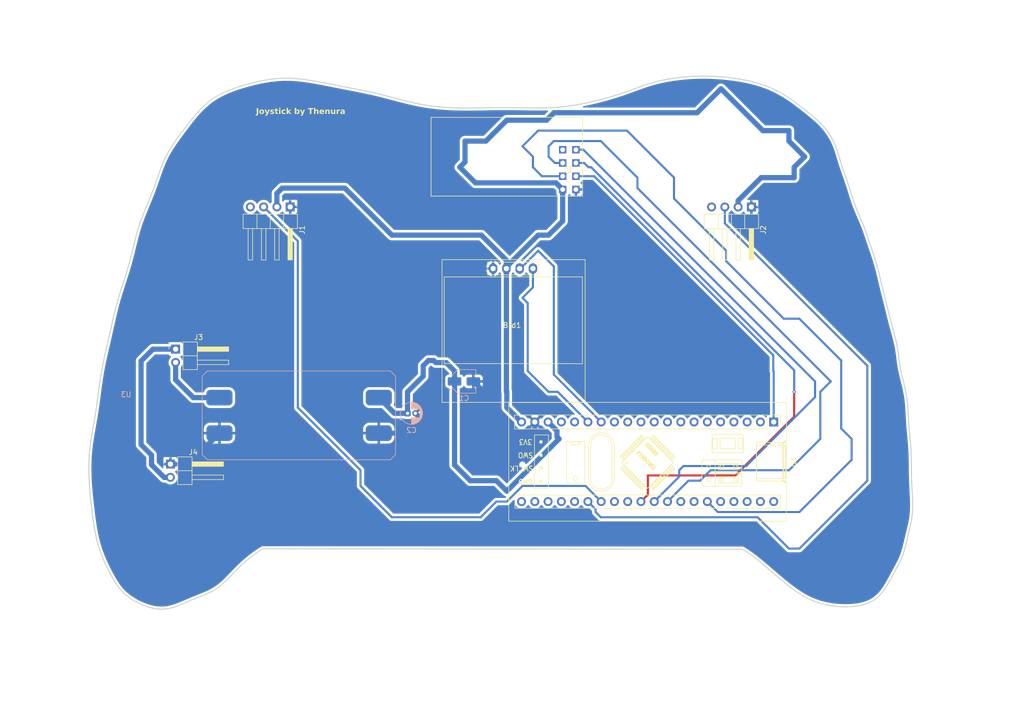
<source format=kicad_pcb>
(kicad_pcb (version 20241229) (generator "pcbnew") (generator_version "9.0")
  (layers (0 "F.Cu" signal) (2 "B.Cu" signal) (13 "F.Paste" user) (15 "B.Paste" user) (5 "F.SilkS" user "F.Silkscreen") (7 "B.SilkS" user "B.Silkscreen") (1 "F.Mask" user) (3 "B.Mask" user) (25 "Edge.Cuts" user))
  (net 0 "")
  (net 1 "/SCL")
  (net 2 "/SDL")
  (net 3 "/VIN")
  (net 4 "GND")
  (net 5 "/POW")
  (net 6 "/VY")
  (net 8 "/VX")
  (net 10 "Net-(J3-Pin_1)")
  (net 11 "Net-(J3-Pin_2)")
  (net 12 "Net-(U1-PB10)")
  (net 19 "Net-(U1-PA5)")
  (net 24 "Net-(U1-PA7)")
  (net 34 "Net-(U1-PB12)")
  (net 44 "Net-(U1-PA6)")
  (footprint "Connector_PinHeader_2.54mm:PinHeader_1x02_P2.54mm_Horizontal" (layer "F.Cu") (at 117.615 130.825)
    (property "Reference" "J4")
    (property "Value" "Conn_01x02_Socket")
  )
  (footprint "Connector_PinHeader_2.54mm:PinHeader_1x02_P2.54mm_Horizontal" (layer "F.Cu") (at 118.615 108.825)
    (property "Reference" "J3")
    (property "Value" "Conn_01x02_Socket")
  )
  (footprint "Footprints:YAAJ_BluePill_1" (layer "F.Cu") (at 233.08 122.76 -90)
    (property "Reference" "U1")
    (property "Value" "YAAJ_BluePill_Part_Like" (hide yes))
  )
  (footprint "SSD1306:128x64OLED" (layer "F.Cu") (at 183 104)
    (property "Reference" "Brd1")
    (property "Value" "SSD1306")
  )
  (footprint "Connector_PinHeader_2.54mm:PinHeader_1x04_P2.54mm_Horizontal" (layer "F.Cu") (at 228.81 81.615 -90)
    (property "Reference" "J2")
    (property "Value" "Conn_01x04_Pin")
  )
  (footprint "nrf:NRF24L01-PCB-AERIAL" (layer "F.Cu") (at 193.96 74.46 90)
    (property "Reference" "U2")
    (property "Value" "NRF24L01_")
  )
  (footprint "Connector_PinHeader_2.54mm:PinHeader_1x04_P2.54mm_Horizontal" (layer "F.Cu") (at 140.54 81.599112 -90)
    (property "Reference" "J1")
    (property "Value" "Conn_01x04_Pin")
  )
  (footprint "Capacitor_SMD:CP_Elec_4x5.4" (layer "B.Cu") (at 173.8 115)
    (property "Reference" "C1")
    (property "Value" "10uF")
  )
  (footprint "hw-045:hw-045" (layer "B.Cu") (at 142 121)
    (property "Reference" "U3")
    (property "Value" "hw-045")
  )
  (footprint "Capacitor_THT:CP_Radial_D4.0mm_P1.50mm" (layer "B.Cu") (at 163 121.1)
    (property "Reference" "C2")
    (property "Value" "1nF")
  )
  (gr_line (start 108.615333 155.448446) (end 108.359171 155.190929) (stroke (width 0.2)) (layer "Edge.Cuts"))
  (gr_line (start 105.052776 110.033479) (end 104.885513 110.792175) (stroke (width 0.2)) (layer "Edge.Cuts"))
  (gr_line (start 127.974032 153.420545) (end 128.449634 152.963912) (stroke (width 0.2)) (layer "Edge.Cuts"))
  (gr_line (start 151.290336 58.689091) (end 151.799321 58.788104) (stroke (width 0.2)) (layer "Edge.Cuts"))
  (gr_line (start 153.818986 59.184006) (end 154.320638 59.284815) (stroke (width 0.2)) (layer "Edge.Cuts"))
  (gr_line (start 255.409327 152.93086) (end 255.722057 152.354129) (stroke (width 0.2)) (layer "Edge.Cuts"))
  (gr_line (start 118.182473 158.237383) (end 118.833417 158.024752) (stroke (width 0.2)) (layer "Edge.Cuts"))
  (gr_curve (pts (xy 258.851217 121.608315) (xy 258.839411 121.387744) (xy 258.827824 121.168344) (xy 258.816121 120.94997)) (stroke (width 0.2)) (layer "Edge.Cuts"))
  (gr_line (start 191.629337 62.53493) (end 192.138307 62.495226) (stroke (width 0.2)) (layer "Edge.Cuts"))
  (gr_line (start 175.299124 62.663529) (end 174.454077 62.66872) (stroke (width 0.2)) (layer "Edge.Cuts"))
  (gr_line (start 160.077453 60.651076) (end 159.317367 60.449949) (stroke (width 0.2)) (layer "Edge.Cuts"))
  (gr_line (start 128.089911 59.59887) (end 127.404405 59.922178) (stroke (width 0.2)) (layer "Edge.Cuts"))
  (gr_line (start 256.879699 150.221694) (end 256.698447 150.560004) (stroke (width 0.2)) (layer "Edge.Cuts"))
  (gr_line (start 218.58683 56.579744) (end 218.963286 56.571416) (stroke (width 0.2)) (layer "Edge.Cuts"))
  (gr_line (start 215.642183 56.768995) (end 214.988585 56.838764) (stroke (width 0.2)) (layer "Edge.Cuts"))
  (gr_line (start 250.577951 85.975904) (end 250.692672 86.291177) (stroke (width 0.2)) (layer "Edge.Cuts"))
  (gr_line (start 251.412634 88.418441) (end 251.532785 88.775203) (stroke (width 0.2)) (layer "Edge.Cuts"))
  (gr_line (start 257.433235 112.944274) (end 257.520601 113.352872) (stroke (width 0.2)) (layer "Edge.Cuts"))
  (gr_line (start 107.732747 98.810858) (end 107.513641 99.565945) (stroke (width 0.2)) (layer "Edge.Cuts"))
  (gr_line (start 147.451986 57.93302) (end 147.963055 58.03332) (stroke (width 0.2)) (layer "Edge.Cuts"))
  (gr_line (start 109.326435 93.764126) (end 109.47964 93.257907) (stroke (width 0.2)) (layer "Edge.Cuts"))
  (gr_line (start 106.189767 105.067858) (end 106.023765 105.810895) (stroke (width 0.2)) (layer "Edge.Cuts"))
  (gr_line (start 102.36712 137.673438) (end 102.315664 137.182685) (stroke (width 0.2)) (layer "Edge.Cuts"))
  (gr_line (start 244.578614 157.992959) (end 244.085369 157.928859) (stroke (width 0.2)) (layer "Edge.Cuts"))
  (gr_line (start 225.68075 57.004474) (end 226.258201 57.089172) (stroke (width 0.2)) (layer "Edge.Cuts"))
  (gr_line (start 116.127957 73.320275) (end 116.311925 72.884102) (stroke (width 0.2)) (layer "Edge.Cuts"))
  (gr_line (start 152.559344 58.935897) (end 153.064591 59.034521) (stroke (width 0.2)) (layer "Edge.Cuts"))
  (gr_line (start 258.417468 117.260312) (end 258.495949 117.698844) (stroke (width 0.2)) (layer "Edge.Cuts"))
  (gr_line (start 163.996017 61.639155) (end 164.53634 61.757738) (stroke (width 0.2)) (layer "Edge.Cuts"))
  (gr_line (start 259.138985 143.02217) (end 259.050648 143.384148) (stroke (width 0.2)) (layer "Edge.Cuts"))
  (gr_line (start 168.160928 62.353133) (end 168.730744 62.417449) (stroke (width 0.2)) (layer "Edge.Cuts"))
  (gr_line (start 102.50012 138.863521) (end 102.582118 139.552831) (stroke (width 0.2)) (layer "Edge.Cuts"))
  (gr_line (start 259.431892 130.675509) (end 259.435746 131.1123) (stroke (width 0.2)) (layer "Edge.Cuts"))
  (gr_line (start 247.982187 79.263826) (end 248.07888 79.576619) (stroke (width 0.2)) (layer "Edge.Cuts"))
  (gr_line (start 121.238684 65.408409) (end 121.56244 64.99409) (stroke (width 0.2)) (layer "Edge.Cuts"))
  (gr_line (start 180.832129 62.585525) (end 180.008077 62.591733) (stroke (width 0.2)) (layer "Edge.Cuts"))
  (gr_line (start 140.085723 56.968125) (end 139.376456 56.969181) (stroke (width 0.2)) (layer "Edge.Cuts"))
  (gr_line (start 102.50012 138.863521) (end 102.446071 138.396078) (stroke (width 0.2)) (layer "Edge.Cuts"))
  (gr_line (start 254.109092 97.950083) (end 254.204 98.325799) (stroke (width 0.2)) (layer "Edge.Cuts"))
  (gr_line (start 109.698932 92.498278) (end 109.47964 93.257907) (stroke (width 0.2)) (layer "Edge.Cuts"))
  (gr_line (start 204.127265 59.812905) (end 204.598606 59.650865) (stroke (width 0.2)) (layer "Edge.Cuts"))
  (gr_line (start 259.413089 129.584109) (end 259.391662 128.924409) (stroke (width 0.2)) (layer "Edge.Cuts"))
  (gr_line (start 255.760508 104.537305) (end 255.607816 103.969388) (stroke (width 0.2)) (layer "Edge.Cuts"))
  (gr_line (start 143.687475 57.269947) (end 144.179165 57.342348) (stroke (width 0.2)) (layer "Edge.Cuts"))
  (gr_line (start 208.671885 58.198995) (end 207.995562 58.42643) (stroke (width 0.2)) (layer "Edge.Cuts"))
  (gr_line (start 102.302156 126.970689) (end 102.373421 126.454129) (stroke (width 0.2)) (layer "Edge.Cuts"))
  (gr_line (start 113.959084 79.244316) (end 114.144233 78.765198) (stroke (width 0.2)) (layer "Edge.Cuts"))
  (gr_line (start 227.675573 147.46097) (end 228.064388 147.712935) (stroke (width 0.2)) (layer "Edge.Cuts"))
  (gr_line (start 119.706709 67.440637) (end 120.000213 67.044542) (stroke (width 0.2)) (layer "Edge.Cuts"))
  (gr_line (start 219.542766 56.568167) (end 218.963286 56.571416) (stroke (width 0.2)) (layer "Edge.Cuts"))
  (gr_line (start 233.753395 59.407958) (end 234.201682 59.64257) (stroke (width 0.2)) (layer "Edge.Cuts"))
  (gr_line (start 256.523663 107.380564) (end 256.609959 107.752788) (stroke (width 0.2)) (layer "Edge.Cuts"))
  (gr_line (start 229.075111 148.439092) (end 229.545562 148.79992) (stroke (width 0.2)) (layer "Edge.Cuts"))
  (gr_line (start 256.284849 106.439546) (end 256.385145 106.818125) (stroke (width 0.2)) (layer "Edge.Cuts"))
  (gr_line (start 153.818986 59.184006) (end 153.064591 59.034521) (stroke (width 0.2)) (layer "Edge.Cuts"))
  (gr_line (start 183.583129 62.59688) (end 184.134051 62.604256) (stroke (width 0.2)) (layer "Edge.Cuts"))
  (gr_line (start 123.414559 156.145043) (end 124.023179 155.898973) (stroke (width 0.2)) (layer "Edge.Cuts"))
  (gr_line (start 135.299559 147.04521) (end 134.839179 147.33085) (stroke (width 0.2)) (layer "Edge.Cuts"))
  (gr_line (start 259.627901 140.097463) (end 259.593491 140.526462) (stroke (width 0.2)) (layer "Edge.Cuts"))
  (gr_line (start 123.859264 62.427368) (end 123.297273 62.983091) (stroke (width 0.2)) (layer "Edge.Cuts"))
  (gr_line (start 256.722061 108.30353) (end 256.789552 108.667685) (stroke (width 0.2)) (layer "Edge.Cuts"))
  (gr_line (start 248.817535 81.699284) (end 248.622573 81.189272) (stroke (width 0.2)) (layer "Edge.Cuts"))
  (gr_line (start 257.306095 149.382131) (end 257.142643 149.71788) (stroke (width 0.2)) (layer "Edge.Cuts"))
  (gr_line (start 103.152645 121.895825) (end 103.022171 122.660521) (stroke (width 0.2)) (layer "Edge.Cuts"))
  (gr_line (start 130.367795 150.983263) (end 130.036676 151.320349) (stroke (width 0.2)) (layer "Edge.Cuts"))
  (gr_line (start 112.528813 82.75794) (end 112.254384 83.452552) (stroke (width 0.2)) (layer "Edge.Cuts"))
  (gr_line (start 259.455487 132.902027) (end 259.444508 132.219504) (stroke (width 0.2)) (layer "Edge.Cuts"))
  (gr_line (start 103.727394 117.949738) (end 103.797636 117.411024) (stroke (width 0.2)) (layer "Edge.Cuts"))
  (gr_line (start 256.414653 151.079403) (end 256.698447 150.560004) (stroke (width 0.2)) (layer "Edge.Cuts"))
  (gr_line (start 259.095686 125.027505) (end 259.034246 124.328579) (stroke (width 0.2)) (layer "Edge.Cuts"))
  (gr_line (start 108.118408 97.551555) (end 108.278129 97.047541) (stroke (width 0.2)) (layer "Edge.Cuts"))
  (gr_line (start 104.717181 148.898032) (end 104.523171 148.425663) (stroke (width 0.2)) (layer "Edge.Cuts"))
  (gr_line (start 134.108668 57.6766) (end 133.377063 57.850406) (stroke (width 0.2)) (layer "Edge.Cuts"))
  (gr_line (start 249.171795 82.571825) (end 248.953897 82.044369) (stroke (width 0.2)) (layer "Edge.Cuts"))
  (gr_line (start 259.658743 137.775331) (end 259.631754 137.035559) (stroke (width 0.2)) (layer "Edge.Cuts"))
  (gr_line (start 179.45842 62.598629) (end 178.633153 62.61092) (stroke (width 0.2)) (layer "Edge.Cuts"))
  (gr_line (start 190.34173 62.608607) (end 190.860616 62.585118) (stroke (width 0.2)) (layer "Edge.Cuts"))
  (gr_line (start 251.127629 87.566269) (end 250.964673 87.079287) (stroke (width 0.2)) (layer "Edge.Cuts"))
  (gr_line (start 210.988002 57.535906) (end 211.463109 57.423713) (stroke (width 0.2)) (layer "Edge.Cuts"))
  (gr_line (start 212.181042 57.274038) (end 212.659986 57.181697) (stroke (width 0.2)) (layer "Edge.Cuts"))
  (gr_line (start 106.46584 103.825638) (end 106.3 104.57179) (stroke (width 0.2)) (layer "Edge.Cuts"))
  (gr_line (start 253.443064 95.178024) (end 253.311805 94.623762) (stroke (width 0.2)) (layer "Edge.Cuts"))
  (gr_line (start 146.180803 57.68931) (end 146.687431 57.78467) (stroke (width 0.2)) (layer "Edge.Cuts"))
  (gr_line (start 103.868498 146.555868) (end 103.731732 146.097526) (stroke (width 0.2)) (layer "Edge.Cuts"))
  (gr_line (start 222.925988 56.705764) (end 223.44826 56.747955) (stroke (width 0.2)) (layer "Edge.Cuts"))
  (gr_line (start 187.6892 62.651887) (end 188.228053 62.652784) (stroke (width 0.2)) (layer "Edge.Cuts"))
  (gr_line (start 182.206542 62.58489) (end 182.756882 62.587935) (stroke (width 0.2)) (layer "Edge.Cuts"))
  (gr_line (start 102.932713 123.166159) (end 102.797606 123.922339) (stroke (width 0.2)) (layer "Edge.Cuts"))
  (gr_line (start 102.002879 132.385914) (end 102.025527 133.216286) (stroke (width 0.2)) (layer "Edge.Cuts"))
  (gr_line (start 186.330794 62.639158) (end 185.509425 62.626638) (stroke (width 0.2)) (layer "Edge.Cuts"))
  (gr_line (start 228.57648 57.541228) (end 227.712521 57.350223) (stroke (width 0.2)) (layer "Edge.Cuts"))
  (gr_line (start 119.706709 67.440637) (end 119.274682 68.02659) (stroke (width 0.2)) (layer "Edge.Cuts"))
  (gr_line (start 255.048585 101.719808) (end 255.138565 102.094007) (stroke (width 0.2)) (layer "Edge.Cuts"))
  (gr_line (start 156.316856 59.712243) (end 156.81497 59.825945) (stroke (width 0.2)) (layer "Edge.Cuts"))
  (gr_line (start 103.553111 145.421894) (end 103.443881 144.97623) (stroke (width 0.2)) (layer "Edge.Cuts"))
  (gr_line (start 102 131) (end 101.994455 131.831134) (stroke (width 0.2)) (layer "Edge.Cuts"))
  (gr_line (start 201.691441 60.583807) (end 202.1895 60.436886) (stroke (width 0.2)) (layer "Edge.Cuts"))
  (gr_line (start 230.734937 149.762365) (end 231.274976 150.213874) (stroke (width 0.2)) (layer "Edge.Cuts"))
  (gr_line (start 148.731719 58.185563) (end 147.963055 58.03332) (stroke (width 0.2)) (layer "Edge.Cuts"))
  (gr_line (start 252.973566 93.29695) (end 253.076769 93.682461) (stroke (width 0.2)) (layer "Edge.Cuts"))
  (gr_line (start 220.564472 56.582396) (end 220.997069 56.59513) (stroke (width 0.2)) (layer "Edge.Cuts"))
  (gr_curve (pts (xy 249.562064 157.892844) (xy 249.800507 157.846096) (xy 250.035648 157.792773) (xy 250.266959 157.732484)) (stroke (width 0.2)) (layer "Edge.Cuts"))
  (gr_line (start 259.347106 142.103574) (end 259.267973 142.475793) (stroke (width 0.2)) (layer "Edge.Cuts"))
  (gr_line (start 258.790755 120.515454) (end 258.748145 119.866136) (stroke (width 0.2)) (layer "Edge.Cuts"))
  (gr_line (start 253.877941 97.01768) (end 253.968726 97.388872) (stroke (width 0.2)) (layer "Edge.Cuts"))
  (gr_line (start 118.325806 69.351076) (end 117.943621 69.912041) (stroke (width 0.2)) (layer "Edge.Cuts"))
  (gr_line (start 232.579614 58.851252) (end 231.83677 58.541318) (stroke (width 0.2)) (layer "Edge.Cuts"))
  (gr_line (start 216.676818 56.677827) (end 217.073183 56.648967) (stroke (width 0.2)) (layer "Edge.Cuts"))
  (gr_line (start 171.026355 62.591441) (end 171.601049 62.619007) (stroke (width 0.2)) (layer "Edge.Cuts"))
  (gr_line (start 125.87168 60.813024) (end 126.298705 60.536567) (stroke (width 0.2)) (layer "Edge.Cuts"))
  (gr_line (start 112.079848 83.917343) (end 111.826975 84.617313) (stroke (width 0.2)) (layer "Edge.Cuts"))
  (gr_line (start 135.299559 147.04521) (end 227.080046 147.111278) (stroke (width 0.2)) (layer "Edge.Cuts"))
  (gr_line (start 258.479944 145.780999) (end 258.609799 145.217192) (stroke (width 0.2)) (layer "Edge.Cuts"))
  (gr_line (start 259.627901 140.097463) (end 259.664189 139.434433) (stroke (width 0.2)) (layer "Edge.Cuts"))
  (gr_line (start 110.041762 91.233193) (end 109.840564 91.991911) (stroke (width 0.2)) (layer "Edge.Cuts"))
  (gr_line (start 104.089545 115.251116) (end 103.976162 116.059883) (stroke (width 0.2)) (layer "Edge.Cuts"))
  (gr_line (start 244.409678 68.813197) (end 244.576817 69.146741) (stroke (width 0.2)) (layer "Edge.Cuts"))
  (gr_line (start 105.786567 151.197698) (end 105.562908 150.75519) (stroke (width 0.2)) (layer "Edge.Cuts"))
  (gr_line (start 106.189767 105.067858) (end 106.3 104.57179) (stroke (width 0.2)) (layer "Edge.Cuts"))
  (gr_line (start 151.290336 58.689091) (end 150.52501 58.539712) (stroke (width 0.2)) (layer "Edge.Cuts"))
  (gr_line (start 124.837663 61.569364) (end 124.24221 62.06977) (stroke (width 0.2)) (layer "Edge.Cuts"))
  (gr_line (start 108.930116 95.028565) (end 108.68593 95.786303) (stroke (width 0.2)) (layer "Edge.Cuts"))
  (gr_line (start 108.615333 155.448446) (end 109.022718 155.8261) (stroke (width 0.2)) (layer "Edge.Cuts"))
  (gr_curve (pts (xy 250.716113 157.589617) (xy 250.938299 157.514375) (xy 251.1557 157.431518) (xy 251.367875 157.340766)) (stroke (width 0.2)) (layer "Edge.Cuts"))
  (gr_line (start 144.924484 57.464574) (end 144.179165 57.342348) (stroke (width 0.2)) (layer "Edge.Cuts"))
  (gr_line (start 112.263591 157.783322) (end 112.970277 158.0593) (stroke (width 0.2)) (layer "Edge.Cuts"))
  (gr_line (start 258.915334 122.723983) (end 258.875047 122.050629) (stroke (width 0.2)) (layer "Edge.Cuts"))
  (gr_line (start 113.485135 80.430292) (end 113.195757 81.1337) (stroke (width 0.2)) (layer "Edge.Cuts"))
  (gr_line (start 117.126433 71.247909) (end 117.348449 70.858624) (stroke (width 0.2)) (layer "Edge.Cuts"))
  (gr_line (start 189.027885 62.64502) (end 189.557376 62.635487) (stroke (width 0.2)) (layer "Edge.Cuts"))
  (gr_line (start 161.358679 60.990407) (end 160.586829 60.786466) (stroke (width 0.2)) (layer "Edge.Cuts"))
  (gr_line (start 132.888457 57.976343) (end 133.377063 57.850406) (stroke (width 0.2)) (layer "Edge.Cuts"))
  (gr_line (start 221.688163 56.626188) (end 220.997069 56.59513) (stroke (width 0.2)) (layer "Edge.Cuts"))
  (gr_line (start 259.672222 138.972065) (end 259.664189 139.434433) (stroke (width 0.2)) (layer "Edge.Cuts"))
  (gr_line (start 129.553686 151.823822) (end 130.036676 151.320349) (stroke (width 0.2)) (layer "Edge.Cuts"))
  (gr_line (start 253.657855 96.096101) (end 253.744428 96.463461) (stroke (width 0.2)) (layer "Edge.Cuts"))
  (gr_line (start 110.358684 89.973054) (end 110.48106 89.471253) (stroke (width 0.2)) (layer "Edge.Cuts"))
  (gr_line (start 244.409678 68.813197) (end 244.141469 68.313691) (stroke (width 0.2)) (layer "Edge.Cuts"))
  (gr_line (start 238.519852 62.590414) (end 238.025917 62.205954) (stroke (width 0.2)) (layer "Edge.Cuts"))
  (gr_line (start 254.348277 98.892253) (end 254.444637 99.270557) (stroke (width 0.2)) (layer "Edge.Cuts"))
  (gr_line (start 106.347934 152.251837) (end 106.123706 151.843934) (stroke (width 0.2)) (layer "Edge.Cuts"))
  (gr_line (start 259.369976 128.478881) (end 259.330527 127.804466) (stroke (width 0.2)) (layer "Edge.Cuts"))
  (gr_line (start 103.904016 116.600419) (end 103.797636 117.411024) (stroke (width 0.2)) (layer "Edge.Cuts"))
  (gr_line (start 105.338855 108.781798) (end 105.454458 108.284451) (stroke (width 0.2)) (layer "Edge.Cuts"))
  (gr_line (start 104.523399 112.596227) (end 104.381761 113.383064) (stroke (width 0.2)) (layer "Edge.Cuts"))
  (gr_line (start 247.226046 76.88866) (end 247.059723 76.402235) (stroke (width 0.2)) (layer "Edge.Cuts"))
  (gr_line (start 124.420811 155.728723) (end 124.023179 155.898973) (stroke (width 0.2)) (layer "Edge.Cuts"))
  (gr_line (start 192.894382 62.419753) (end 193.396106 62.363058) (stroke (width 0.2)) (layer "Edge.Cuts"))
  (gr_line (start 245.854385 72.852317) (end 245.952046 73.16933) (stroke (width 0.2)) (layer "Edge.Cuts"))
  (gr_line (start 111.154269 157.255625) (end 110.739175 157.028567) (stroke (width 0.2)) (layer "Edge.Cuts"))
  (gr_line (start 122.064239 64.376265) (end 122.405641 63.968168) (stroke (width 0.2)) (layer "Edge.Cuts"))
  (gr_line (start 216.676818 56.677827) (end 216.067 56.727734) (stroke (width 0.2)) (layer "Edge.Cuts"))
  (gr_line (start 232.60004 151.344808) (end 232.213243 151.012777) (stroke (width 0.2)) (layer "Edge.Cuts"))
  (gr_line (start 111.301391 86.278172) (end 111.442247 85.798865) (stroke (width 0.2)) (layer "Edge.Cuts"))
  (gr_curve (pts (xy 253.537248 155.752085) (xy 253.689117 155.585222) (xy 253.835238 155.412303) (xy 253.975917 155.234051)) (stroke (width 0.2)) (layer "Edge.Cuts"))
  (gr_line (start 245.854385 72.852317) (end 245.711334 72.377838) (stroke (width 0.2)) (layer "Edge.Cuts"))
  (gr_curve (pts (xy 113.455277 158.211408) (xy 113.698602 158.283743) (xy 113.943577 158.348641) (xy 114.189362 158.405347)) (stroke (width 0.2)) (layer "Edge.Cuts"))
  (gr_line (start 106.347934 152.251837) (end 106.682122 152.840314) (stroke (width 0.2)) (layer "Edge.Cuts"))
  (gr_line (start 253.443064 95.178024) (end 253.529172 95.545791) (stroke (width 0.2)) (layer "Edge.Cuts"))
  (gr_line (start 109.698932 92.498278) (end 109.840564 91.991911) (stroke (width 0.2)) (layer "Edge.Cuts"))
  (gr_line (start 259.431892 130.675509) (end 259.423491 130.021513) (stroke (width 0.2)) (layer "Edge.Cuts"))
  (gr_line (start 209.816104 57.846133) (end 210.280671 57.715124) (stroke (width 0.2)) (layer "Edge.Cuts"))
  (gr_line (start 256.874175 109.207889) (end 256.789552 108.667685) (stroke (width 0.2)) (layer "Edge.Cuts"))
  (gr_line (start 146.180803 57.68931) (end 145.424335 57.550704) (stroke (width 0.2)) (layer "Edge.Cuts"))
  (gr_line (start 107.732747 98.810858) (end 107.883242 98.307299) (stroke (width 0.2)) (layer "Edge.Cuts"))
  (gr_line (start 229.874989 149.061338) (end 229.545562 148.79992) (stroke (width 0.2)) (layer "Edge.Cuts"))
  (gr_line (start 163.996017 61.639155) (end 163.192187 61.454142) (stroke (width 0.2)) (layer "Edge.Cuts"))
  (gr_line (start 259.095686 125.027505) (end 259.137842 125.494369) (stroke (width 0.2)) (layer "Edge.Cuts"))
  (gr_line (start 227.130989 57.239877) (end 226.258201 57.089172) (stroke (width 0.2)) (layer "Edge.Cuts"))
  (gr_line (start 243.356653 157.800781) (end 244.085369 157.928859) (stroke (width 0.2)) (layer "Edge.Cuts"))
  (gr_line (start 120.45406 66.437535) (end 120.000213 67.044542) (stroke (width 0.2)) (layer "Edge.Cuts"))
  (gr_line (start 255.5101 103.592763) (end 255.367062 103.0294) (stroke (width 0.2)) (layer "Edge.Cuts"))
  (gr_line (start 106.901854 153.204833) (end 107.229158 153.725874) (stroke (width 0.2)) (layer "Edge.Cuts"))
  (gr_line (start 161.358679 60.990407) (end 161.876753 61.12574) (stroke (width 0.2)) (layer "Edge.Cuts"))
  (gr_line (start 259.297169 127.348099) (end 259.330527 127.804466) (stroke (width 0.2)) (layer "Edge.Cuts"))
  (gr_line (start 178.081505 62.620544) (end 178.633153 62.61092) (stroke (width 0.2)) (layer "Edge.Cuts"))
  (gr_line (start 241.50148 65.05542) (end 241.775088 65.310931) (stroke (width 0.2)) (layer "Edge.Cuts"))
  (gr_line (start 212.181042 57.274038) (end 211.463109 57.423713) (stroke (width 0.2)) (layer "Edge.Cuts"))
  (gr_line (start 234.593574 153.042234) (end 235.206527 153.548969) (stroke (width 0.2)) (layer "Edge.Cuts"))
  (gr_line (start 121.348427 156.981214) (end 120.933052 157.157496) (stroke (width 0.2)) (layer "Edge.Cuts"))
  (gr_line (start 183.583129 62.59688) (end 182.756882 62.587935) (stroke (width 0.2)) (layer "Edge.Cuts"))
  (gr_line (start 102.779825 141.097762) (end 102.868458 141.743965) (stroke (width 0.2)) (layer "Edge.Cuts"))
  (gr_line (start 102.002879 132.385914) (end 101.994455 131.831134) (stroke (width 0.2)) (layer "Edge.Cuts"))
  (gr_line (start 114.413573 78.040589) (end 114.589757 77.555891) (stroke (width 0.2)) (layer "Edge.Cuts"))
  (gr_line (start 257.929824 115.060897) (end 258.036375 115.49841) (stroke (width 0.2)) (layer "Edge.Cuts"))
  (gr_line (start 259.347106 142.103574) (end 259.456725 141.534018) (stroke (width 0.2)) (layer "Edge.Cuts"))
  (gr_line (start 258.711812 119.43436) (end 258.748145 119.866136) (stroke (width 0.2)) (layer "Edge.Cuts"))
  (gr_line (start 254.857297 153.907036) (end 255.195594 153.319922) (stroke (width 0.2)) (layer "Edge.Cuts"))
  (gr_line (start 129.258862 59.115578) (end 128.552583 59.395134) (stroke (width 0.2)) (layer "Edge.Cuts"))
  (gr_line (start 218.58683 56.579744) (end 218.024993 56.597721) (stroke (width 0.2)) (layer "Edge.Cuts"))
  (gr_line (start 248.342149 158.064826) (end 249.081875 157.979768) (stroke (width 0.2)) (layer "Edge.Cuts"))
  (gr_line (start 103.301933 144.318692) (end 103.443881 144.97623) (stroke (width 0.2)) (layer "Edge.Cuts"))
  (gr_line (start 179.45842 62.598629) (end 180.008077 62.591733) (stroke (width 0.2)) (layer "Edge.Cuts"))
  (gr_line (start 126.300933 154.743244) (end 126.823886 154.386309) (stroke (width 0.2)) (layer "Edge.Cuts"))
  (gr_line (start 103.358705 120.604048) (end 103.436974 120.081034) (stroke (width 0.2)) (layer "Edge.Cuts"))
  (gr_line (start 148.731719 58.185563) (end 149.244483 58.287229) (stroke (width 0.2)) (layer "Edge.Cuts"))
  (gr_line (start 115.266549 75.623166) (end 115.015807 76.343378) (stroke (width 0.2)) (layer "Edge.Cuts"))
  (gr_line (start 257.106981 111.013136) (end 257.037301 110.464709) (stroke (width 0.2)) (layer "Edge.Cuts"))
  (gr_line (start 228.57648 57.541228) (end 229.146575 57.678941) (stroke (width 0.2)) (layer "Edge.Cuts"))
  (gr_line (start 247.226046 76.88866) (end 247.334764 77.21157) (stroke (width 0.2)) (layer "Edge.Cuts"))
  (gr_line (start 219.542766 56.568167) (end 219.938596 56.569812) (stroke (width 0.2)) (layer "Edge.Cuts"))
  (gr_line (start 251.127629 87.566269) (end 251.238327 87.898149) (stroke (width 0.2)) (layer "Edge.Cuts"))
  (gr_line (start 187.6892 62.651887) (end 186.876555 62.646296) (stroke (width 0.2)) (layer "Edge.Cuts"))
  (gr_line (start 221.688163 56.626188) (end 222.166331 56.652158) (stroke (width 0.2)) (layer "Edge.Cuts"))
  (gr_line (start 241.50148 65.05542) (end 241.084763 64.67986) (stroke (width 0.2)) (layer "Edge.Cuts"))
  (gr_line (start 138.903715 56.986077) (end 139.376456 56.969181) (stroke (width 0.2)) (layer "Edge.Cuts"))
  (gr_line (start 180.832129 62.585525) (end 181.381599 62.583276) (stroke (width 0.2)) (layer "Edge.Cuts"))
  (gr_line (start 102.242676 136.423951) (end 102.315664 137.182685) (stroke (width 0.2)) (layer "Edge.Cuts"))
  (gr_line (start 107.048936 101.325133) (end 106.865557 102.077409) (stroke (width 0.2)) (layer "Edge.Cuts"))
  (gr_line (start 247.741477 78.481907) (end 247.838289 78.795309) (stroke (width 0.2)) (layer "Edge.Cuts"))
  (gr_line (start 250.716113 157.589617) (end 250.266959 157.732484) (stroke (width 0.2)) (layer "Edge.Cuts"))
  (gr_line (start 128.763874 152.645064) (end 129.235655 152.156919) (stroke (width 0.2)) (layer "Edge.Cuts"))
  (gr_line (start 147.451986 57.93302) (end 146.687431 57.78467) (stroke (width 0.2)) (layer "Edge.Cuts"))
  (gr_line (start 234.593574 153.042234) (end 234.187398 152.701933) (stroke (width 0.2)) (layer "Edge.Cuts"))
  (gr_line (start 104.089545 115.251116) (end 104.167911 114.713594) (stroke (width 0.2)) (layer "Edge.Cuts"))
  (gr_line (start 213.373537 57.061347) (end 213.845077 56.988114) (stroke (width 0.2)) (layer "Edge.Cuts"))
  (gr_line (start 259.544052 135.292626) (end 259.569455 135.788255) (stroke (width 0.2)) (layer "Edge.Cuts"))
  (gr_line (start 256.722061 108.30353) (end 256.609959 107.752788) (stroke (width 0.2)) (layer "Edge.Cuts"))
  (gr_line (start 107.446964 154.045474) (end 107.77665 154.501875) (stroke (width 0.2)) (layer "Edge.Cuts"))
  (gr_line (start 253.537248 155.752085) (end 253.227762 156.079757) (stroke (width 0.2)) (layer "Edge.Cuts"))
  (gr_line (start 248.22974 80.050325) (end 248.334101 80.369212) (stroke (width 0.2)) (layer "Edge.Cuts"))
  (gr_line (start 102.930808 142.171399) (end 103.028542 142.811626) (stroke (width 0.2)) (layer "Edge.Cuts"))
  (gr_line (start 102.708152 124.425687) (end 102.576263 125.181804) (stroke (width 0.2)) (layer "Edge.Cuts"))
  (gr_line (start 102.134006 135.117358) (end 102.196256 135.909355) (stroke (width 0.2)) (layer "Edge.Cuts"))
  (gr_curve (pts (xy 245.618015 72.061821) (xy 245.571342 71.90375) (xy 245.52464 71.745556) (xy 245.477536 71.587089)) (stroke (width 0.2)) (layer "Edge.Cuts"))
  (gr_curve (pts (xy 206.427385 58.990591) (xy 206.20245 59.072957) (xy 205.976763 59.155688) (xy 205.750015 59.23857)) (stroke (width 0.2)) (layer "Edge.Cuts"))
  (gr_line (start 199.165255 61.262244) (end 199.673157 61.13576) (stroke (width 0.2)) (layer "Edge.Cuts"))
  (gr_line (start 110.970581 87.490463) (end 111.098384 87.002226) (stroke (width 0.2)) (layer "Edge.Cuts"))
  (gr_line (start 110.970581 87.490463) (end 110.783753 88.227498) (stroke (width 0.2)) (layer "Edge.Cuts"))
  (gr_line (start 131.226003 150.145457) (end 130.874801 150.478707) (stroke (width 0.2)) (layer "Edge.Cuts"))
  (gr_line (start 105.627422 107.541469) (end 105.742085 107.046845) (stroke (width 0.2)) (layer "Edge.Cuts"))
  (gr_line (start 233.753395 59.407958) (end 233.06198 59.066295) (stroke (width 0.2)) (layer "Edge.Cuts"))
  (gr_line (start 244.578614 157.992959) (end 245.324272 158.070553) (stroke (width 0.2)) (layer "Edge.Cuts"))
  (gr_line (start 232.579614 58.851252) (end 233.06198 59.066295) (stroke (width 0.2)) (layer "Edge.Cuts"))
  (gr_line (start 157.562891 60.004841) (end 158.062234 60.127482) (stroke (width 0.2)) (layer "Edge.Cuts"))
  (gr_line (start 105.234839 150.068619) (end 105.02096 149.604295) (stroke (width 0.2)) (layer "Edge.Cuts"))
  (gr_curve (pts (xy 255.048585 101.719808) (xy 255.003577 101.532631) (xy 254.958533 101.345302) (xy 254.913295 101.157739)) (stroke (width 0.2)) (layer "Edge.Cuts"))
  (gr_line (start 165.35786 61.921505) (end 165.909826 62.024339) (stroke (width 0.2)) (layer "Edge.Cuts"))
  (gr_line (start 239.312956 63.217976) (end 238.842825 62.844174) (stroke (width 0.2)) (layer "Edge.Cuts"))
  (gr_line (start 102.050645 133.765301) (end 102.096178 134.582283) (stroke (width 0.2)) (layer "Edge.Cuts"))
  (gr_line (start 130.367795 150.983263) (end 130.874801 150.478707) (stroke (width 0.2)) (layer "Edge.Cuts"))
  (gr_line (start 184.959713 62.617517) (end 184.134051 62.604256) (stroke (width 0.2)) (layer "Edge.Cuts"))
  (gr_line (start 246.105628 73.647486) (end 245.952046 73.16933) (stroke (width 0.2)) (layer "Edge.Cuts"))
  (gr_line (start 104.778131 111.30333) (end 104.885513 110.792175) (stroke (width 0.2)) (layer "Edge.Cuts"))
  (gr_line (start 169.59004 62.495634) (end 170.164086 62.54067) (stroke (width 0.2)) (layer "Edge.Cuts"))
  (gr_line (start 113.002917 81.599112) (end 113.195757 81.1337) (stroke (width 0.2)) (layer "Edge.Cuts"))
  (gr_line (start 104.293939 113.913437) (end 104.381761 113.383064) (stroke (width 0.2)) (layer "Edge.Cuts"))
  (gr_line (start 196.639476 61.829285) (end 197.141342 61.72665) (stroke (width 0.2)) (layer "Edge.Cuts"))
  (gr_line (start 248.817535 81.699284) (end 248.953897 82.044369) (stroke (width 0.2)) (layer "Edge.Cuts"))
  (gr_line (start 134.175674 147.772121) (end 134.839179 147.33085) (stroke (width 0.2)) (layer "Edge.Cuts"))
  (gr_line (start 142.471013 57.116312) (end 142.954633 57.170771) (stroke (width 0.2)) (layer "Edge.Cuts"))
  (gr_line (start 252.381465 91.309469) (end 252.184389 90.704941) (stroke (width 0.2)) (layer "Edge.Cuts"))
  (gr_line (start 238.788518 156.089115) (end 239.44295 156.449128) (stroke (width 0.2)) (layer "Edge.Cuts"))
  (gr_line (start 172.46114 62.646047) (end 171.601049 62.619007) (stroke (width 0.2)) (layer "Edge.Cuts"))
  (gr_line (start 213.373537 57.061347) (end 212.659986 57.181697) (stroke (width 0.2)) (layer "Edge.Cuts"))
  (gr_line (start 257.433235 112.944274) (end 257.3135 112.34288) (stroke (width 0.2)) (layer "Edge.Cuts"))
  (gr_line (start 114.413573 78.040589) (end 114.144233 78.765198) (stroke (width 0.2)) (layer "Edge.Cuts"))
  (gr_line (start 259.489319 134.074748) (end 259.465668 133.363835) (stroke (width 0.2)) (layer "Edge.Cuts"))
  (gr_line (start 123.859264 62.427368) (end 124.24221 62.06977) (stroke (width 0.2)) (layer "Edge.Cuts"))
  (gr_line (start 130.454885 58.692283) (end 129.733892 58.938356) (stroke (width 0.2)) (layer "Edge.Cuts"))
  (gr_line (start 254.588056 99.83828) (end 254.444637 99.270557) (stroke (width 0.2)) (layer "Edge.Cuts"))
  (gr_line (start 257.992217 147.643033) (end 258.154915 147.094053) (stroke (width 0.2)) (layer "Edge.Cuts"))
  (gr_line (start 259.440508 131.774063) (end 259.435746 131.1123) (stroke (width 0.2)) (layer "Edge.Cuts"))
  (gr_line (start 110.167936 156.674833) (end 110.739175 157.028567) (stroke (width 0.2)) (layer "Edge.Cuts"))
  (gr_line (start 102.36712 137.673438) (end 102.446071 138.396078) (stroke (width 0.2)) (layer "Edge.Cuts"))
  (gr_line (start 120.45406 66.437535) (end 120.762148 66.028587) (stroke (width 0.2)) (layer "Edge.Cuts"))
  (gr_line (start 243.943871 67.984175) (end 243.631636 67.495649) (stroke (width 0.2)) (layer "Edge.Cuts"))
  (gr_line (start 208.671885 58.198995) (end 209.125727 58.052184) (stroke (width 0.2)) (layer "Edge.Cuts"))
  (gr_curve (pts (xy 178.081505 62.620544) (xy 177.805478 62.625422) (xy 177.529046 62.63043) (xy 177.252124 62.635444)) (stroke (width 0.2)) (layer "Edge.Cuts"))
  (gr_line (start 205.292298 59.403985) (end 204.598606 59.650865) (stroke (width 0.2)) (layer "Edge.Cuts"))
  (gr_line (start 156.316856 59.712243) (end 155.569492 59.546371) (stroke (width 0.2)) (layer "Edge.Cuts"))
  (gr_line (start 126.300933 154.743244) (end 125.943926 154.967488) (stroke (width 0.2)) (layer "Edge.Cuts"))
  (gr_curve (pts (xy 251.775153 157.134974) (xy 251.975859 157.028017) (xy 252.170699 156.912939) (xy 252.359411 156.789704)) (stroke (width 0.2)) (layer "Edge.Cuts"))
  (gr_line (start 105.052776 110.033479) (end 105.16611 109.5305) (stroke (width 0.2)) (layer "Edge.Cuts"))
  (gr_line (start 235.618913 153.879944) (end 235.206527 153.548969) (stroke (width 0.2)) (layer "Edge.Cuts"))
  (gr_line (start 144.924484 57.464574) (end 145.424335 57.550704) (stroke (width 0.2)) (layer "Edge.Cuts"))
  (gr_line (start 229.981435 57.911498) (end 230.528208 58.076816) (stroke (width 0.2)) (layer "Edge.Cuts"))
  (gr_line (start 119.258769 157.861713) (end 119.891176 157.604799) (stroke (width 0.2)) (layer "Edge.Cuts"))
  (gr_line (start 141.272371 57.013201) (end 141.749574 57.046174) (stroke (width 0.2)) (layer "Edge.Cuts"))
  (gr_line (start 162.663529 61.324432) (end 161.876753 61.12574) (stroke (width 0.2)) (layer "Edge.Cuts"))
  (gr_line (start 259.516942 141.138041) (end 259.456725 141.534018) (stroke (width 0.2)) (layer "Edge.Cuts"))
  (gr_line (start 103.100062 143.239497) (end 103.214907 143.884128) (stroke (width 0.2)) (layer "Edge.Cuts"))
  (gr_line (start 102 131) (end 102.011416 130.447737) (stroke (width 0.2)) (layer "Edge.Cuts"))
  (gr_line (start 115.266549 75.623166) (end 115.433694 75.147161) (stroke (width 0.2)) (layer "Edge.Cuts"))
  (gr_line (start 258.916395 143.927451) (end 259.050648 143.384148) (stroke (width 0.2)) (layer "Edge.Cuts"))
  (gr_line (start 255.274903 102.655053) (end 255.367062 103.0294) (stroke (width 0.2)) (layer "Edge.Cuts"))
  (gr_line (start 244.798563 69.644912) (end 244.935325 69.97518) (stroke (width 0.2)) (layer "Edge.Cuts"))
  (gr_line (start 158.814301 60.319317) (end 158.062234 60.127482) (stroke (width 0.2)) (layer "Edge.Cuts"))
  (gr_line (start 102.779825 141.097762) (end 102.722079 140.663627) (stroke (width 0.2)) (layer "Edge.Cuts"))
  (gr_line (start 254.821782 100.781729) (end 254.682737 100.216388) (stroke (width 0.2)) (layer "Edge.Cuts"))
  (gr_line (start 238.519852 62.590414) (end 238.842825 62.844174) (stroke (width 0.2)) (layer "Edge.Cuts"))
  (gr_line (start 126.957943 60.159419) (end 126.298705 60.536567) (stroke (width 0.2)) (layer "Edge.Cuts"))
  (gr_line (start 194.144772 62.262314) (end 194.643036 62.189028) (stroke (width 0.2)) (layer "Edge.Cuts"))
  (gr_line (start 257.306095 149.382131) (end 257.538941 148.874962) (stroke (width 0.2)) (layer "Edge.Cuts"))
  (gr_line (start 207.547696 58.584595) (end 206.8765 58.826225) (stroke (width 0.2)) (layer "Edge.Cuts"))
  (gr_line (start 115.893012 158.589463) (end 115.412879 158.579487) (stroke (width 0.2)) (layer "Edge.Cuts"))
  (gr_line (start 246.659129 75.261713) (end 246.774123 75.587423) (stroke (width 0.2)) (layer "Edge.Cuts"))
  (gr_line (start 236.658903 154.680483) (end 236.240718 154.36765) (stroke (width 0.2)) (layer "Edge.Cuts"))
  (gr_line (start 257.106981 111.013136) (end 257.157095 111.383568) (stroke (width 0.2)) (layer "Edge.Cuts"))
  (gr_line (start 217.647497 56.615902) (end 218.024993 56.597721) (stroke (width 0.2)) (layer "Edge.Cuts"))
  (gr_line (start 246.946069 76.076492) (end 247.059723 76.402235) (stroke (width 0.2)) (layer "Edge.Cuts"))
  (gr_line (start 104.778131 111.30333) (end 104.621723 112.075372) (stroke (width 0.2)) (layer "Edge.Cuts"))
  (gr_line (start 235.85625 60.642167) (end 236.243549 60.900724) (stroke (width 0.2)) (layer "Edge.Cuts"))
  (gr_line (start 237.714398 155.42292) (end 238.355732 155.835379) (stroke (width 0.2)) (layer "Edge.Cuts"))
  (gr_line (start 240.071399 63.829393) (end 240.367113 64.071505) (stroke (width 0.2)) (layer "Edge.Cuts"))
  (gr_line (start 252.693587 92.314127) (end 252.810897 92.711589) (stroke (width 0.2)) (layer "Edge.Cuts"))
  (gr_line (start 175.299124 62.663529) (end 175.860222 62.657706) (stroke (width 0.2)) (layer "Edge.Cuts"))
  (gr_line (start 165.35786 61.921505) (end 164.53634 61.757738) (stroke (width 0.2)) (layer "Edge.Cuts"))
  (gr_line (start 247.741477 78.481907) (end 247.593822 78.009554) (stroke (width 0.2)) (layer "Edge.Cuts"))
  (gr_line (start 131.667874 58.314906) (end 132.155547 58.173842) (stroke (width 0.2)) (layer "Edge.Cuts"))
  (gr_line (start 103.100062 143.239497) (end 103.028542 142.811626) (stroke (width 0.2)) (layer "Edge.Cuts"))
  (gr_line (start 102.637717 140.000683) (end 102.582118 139.552831) (stroke (width 0.2)) (layer "Edge.Cuts"))
  (gr_line (start 254.857297 153.907036) (end 254.622734 154.296403) (stroke (width 0.2)) (layer "Edge.Cuts"))
  (gr_line (start 130.454885 58.692283) (end 130.938193 58.535148) (stroke (width 0.2)) (layer "Edge.Cuts"))
  (gr_line (start 251.722491 89.334602) (end 251.532785 88.775203) (stroke (width 0.2)) (layer "Edge.Cuts"))
  (gr_line (start 102.134006 135.117358) (end 102.096178 134.582283) (stroke (width 0.2)) (layer "Edge.Cuts"))
  (gr_line (start 155.070443 59.440386) (end 155.569492 59.546371) (stroke (width 0.2)) (layer "Edge.Cuts"))
  (gr_line (start 102.492787 125.688952) (end 102.373421 126.454129) (stroke (width 0.2)) (layer "Edge.Cuts"))
  (gr_line (start 251.722491 89.334602) (end 251.852074 89.7163) (stroke (width 0.2)) (layer "Edge.Cuts"))
  (gr_line (start 102.930808 142.171399) (end 102.868458 141.743965) (stroke (width 0.2)) (layer "Edge.Cuts"))
  (gr_line (start 150.013167 58.43905) (end 149.244483 58.287229) (stroke (width 0.2)) (layer "Edge.Cuts"))
  (gr_line (start 133.123661 148.532858) (end 133.744142 148.071402) (stroke (width 0.2)) (layer "Edge.Cuts"))
  (gr_line (start 120.308681 157.426294) (end 119.891176 157.604799) (stroke (width 0.2)) (layer "Edge.Cuts"))
  (gr_line (start 113.959084 79.244316) (end 113.676917 79.958752) (stroke (width 0.2)) (layer "Edge.Cuts"))
  (gr_line (start 230.734937 149.762365) (end 230.38258 149.471099) (stroke (width 0.2)) (layer "Edge.Cuts"))
  (gr_line (start 256.993142 110.104531) (end 257.037301 110.464709) (stroke (width 0.2)) (layer "Edge.Cuts"))
  (gr_curve (pts (xy 257.929824 115.060897) (xy 257.876495 114.842661) (xy 257.823057 114.625464) (xy 257.77006 114.409632)) (stroke (width 0.2)) (layer "Edge.Cuts"))
  (gr_line (start 251.412634 88.418441) (end 251.238327 87.898149) (stroke (width 0.2)) (layer "Edge.Cuts"))
  (gr_line (start 102.708152 124.425687) (end 102.797606 123.922339) (stroke (width 0.2)) (layer "Edge.Cuts"))
  (gr_line (start 155.070443 59.440386) (end 154.320638 59.284815) (stroke (width 0.2)) (layer "Edge.Cuts"))
  (gr_line (start 128.089911 59.59887) (end 128.552583 59.395134) (stroke (width 0.2)) (layer "Edge.Cuts"))
  (gr_line (start 256.414653 151.079403) (end 256.221623 151.432249) (stroke (width 0.2)) (layer "Edge.Cuts"))
  (gr_line (start 246.659129 75.261713) (end 246.487604 74.774157) (stroke (width 0.2)) (layer "Edge.Cuts"))
  (gr_line (start 127.159682 154.125476) (end 127.653489 153.714529) (stroke (width 0.2)) (layer "Edge.Cuts"))
  (gr_line (start 102.150633 128.282106) (end 102.081439 129.084308) (stroke (width 0.2)) (layer "Edge.Cuts"))
  (gr_line (start 249.923151 84.331367) (end 249.701054 83.810712) (stroke (width 0.2)) (layer "Edge.Cuts"))
  (gr_line (start 255.923841 151.980678) (end 256.221623 151.432249) (stroke (width 0.2)) (layer "Edge.Cuts"))
  (gr_line (start 245.380268 71.268725) (end 245.477536 71.587089) (stroke (width 0.2)) (layer "Edge.Cuts"))
  (gr_line (start 247.491704 77.691536) (end 247.334764 77.21157) (stroke (width 0.2)) (layer "Edge.Cuts"))
  (gr_line (start 259.544052 135.292626) (end 259.508474 134.555837) (stroke (width 0.2)) (layer "Edge.Cuts"))
  (gr_line (start 250.269689 85.171982) (end 250.3987 85.498388) (stroke (width 0.2)) (layer "Edge.Cuts"))
  (gr_line (start 250.577951 85.975904) (end 250.3987 85.498388) (stroke (width 0.2)) (layer "Edge.Cuts"))
  (gr_line (start 113.002917 81.599112) (end 112.715766 82.295076) (stroke (width 0.2)) (layer "Edge.Cuts"))
  (gr_line (start 162.663529 61.324432) (end 163.192187 61.454142) (stroke (width 0.2)) (layer "Edge.Cuts"))
  (gr_line (start 242.812935 66.417433) (end 242.435342 65.985056) (stroke (width 0.2)) (layer "Edge.Cuts"))
  (gr_line (start 195.390189 62.064391) (end 195.888827 61.975673) (stroke (width 0.2)) (layer "Edge.Cuts"))
  (gr_line (start 248.503512 80.8582) (end 248.334101 80.369212) (stroke (width 0.2)) (layer "Edge.Cuts"))
  (gr_line (start 182.206542 62.58489) (end 181.381599 62.583276) (stroke (width 0.2)) (layer "Edge.Cuts"))
  (gr_line (start 247.087689 158.12853) (end 246.582622 158.130599) (stroke (width 0.2)) (layer "Edge.Cuts"))
  (gr_line (start 258.189978 116.15926) (end 258.036375 115.49841) (stroke (width 0.2)) (layer "Edge.Cuts"))
  (gr_line (start 236.800304 61.29267) (end 236.243549 60.900724) (stroke (width 0.2)) (layer "Edge.Cuts"))
  (gr_line (start 258.916395 143.927451) (end 258.827368 144.291587) (stroke (width 0.2)) (layer "Edge.Cuts"))
  (gr_line (start 245.380268 71.268725) (end 245.227916 70.788513) (stroke (width 0.2)) (layer "Edge.Cuts"))
  (gr_line (start 142.471013 57.116312) (end 141.749574 57.046174) (stroke (width 0.2)) (layer "Edge.Cuts"))
  (gr_line (start 107.375399 100.068978) (end 107.175101 100.823079) (stroke (width 0.2)) (layer "Edge.Cuts"))
  (gr_line (start 243.407401 67.178937) (end 243.058221 66.714163) (stroke (width 0.2)) (layer "Edge.Cuts"))
  (gr_line (start 171.026355 62.591441) (end 170.164086 62.54067) (stroke (width 0.2)) (layer "Edge.Cuts"))
  (gr_line (start 126.957943 60.159419) (end 127.404405 59.922178) (stroke (width 0.2)) (layer "Edge.Cuts"))
  (gr_line (start 110.662406 88.723548) (end 110.48106 89.471253) (stroke (width 0.2)) (layer "Edge.Cuts"))
  (gr_line (start 173.886982 62.667083) (end 174.454077 62.66872) (stroke (width 0.2)) (layer "Edge.Cuts"))
  (gr_line (start 255.923841 151.980678) (end 255.722057 152.354129) (stroke (width 0.2)) (layer "Edge.Cuts"))
  (gr_line (start 249.562064 157.892844) (end 249.081875 157.979768) (stroke (width 0.2)) (layer "Edge.Cuts"))
  (gr_line (start 258.996819 123.866077) (end 258.944913 123.177022) (stroke (width 0.2)) (layer "Edge.Cuts"))
  (gr_line (start 108.118408 97.551555) (end 107.883242 98.307299) (stroke (width 0.2)) (layer "Edge.Cuts"))
  (gr_line (start 157.562891 60.004841) (end 156.81497 59.825945) (stroke (width 0.2)) (layer "Edge.Cuts"))
  (gr_line (start 158.814301 60.319317) (end 159.317367 60.449949) (stroke (width 0.2)) (layer "Edge.Cuts"))
  (gr_line (start 237.685101 61.946199) (end 238.025917 62.205954) (stroke (width 0.2)) (layer "Edge.Cuts"))
  (gr_line (start 103.358705 120.604048) (end 103.23752 121.382799) (stroke (width 0.2)) (layer "Edge.Cuts"))
  (gr_line (start 103.301933 144.318692) (end 103.214907 143.884128) (stroke (width 0.2)) (layer "Edge.Cuts"))
  (gr_line (start 133.123661 148.532858) (end 132.720602 148.845361) (stroke (width 0.2)) (layer "Edge.Cuts"))
  (gr_line (start 152.559344 58.935897) (end 151.799321 58.788104) (stroke (width 0.2)) (layer "Edge.Cuts"))
  (gr_line (start 108.004599 154.783957) (end 107.77665 154.501875) (stroke (width 0.2)) (layer "Edge.Cuts"))
  (gr_line (start 259.489319 134.074748) (end 259.508474 134.555837) (stroke (width 0.2)) (layer "Edge.Cuts"))
  (gr_line (start 106.46584 103.825638) (end 106.577292 103.327346) (stroke (width 0.2)) (layer "Edge.Cuts"))
  (gr_line (start 258.417468 117.260312) (end 258.287666 116.600339) (stroke (width 0.2)) (layer "Edge.Cuts"))
  (gr_line (start 132.888457 57.976343) (end 132.155547 58.173842) (stroke (width 0.2)) (layer "Edge.Cuts"))
  (gr_line (start 250.856758 86.762784) (end 250.692672 86.291177) (stroke (width 0.2)) (layer "Edge.Cuts"))
  (gr_line (start 257.992217 147.643033) (end 257.875879 148.003617) (stroke (width 0.2)) (layer "Edge.Cuts"))
  (gr_line (start 103.904016 116.600419) (end 103.976162 116.059883) (stroke (width 0.2)) (layer "Edge.Cuts"))
  (gr_line (start 227.080046 147.111278) (end 227.426851 147.307026) (stroke (width 0.2)) (layer "Edge.Cuts"))
  (gr_line (start 191.629337 62.53493) (end 190.860616 62.585118) (stroke (width 0.2)) (layer "Edge.Cuts"))
  (gr_line (start 102.050645 133.765301) (end 102.025527 133.216286) (stroke (width 0.2)) (layer "Edge.Cuts"))
  (gr_line (start 256.879699 150.221694) (end 257.142643 149.71788) (stroke (width 0.2)) (layer "Edge.Cuts"))
  (gr_line (start 229.981435 57.911498) (end 229.146575 57.678941) (stroke (width 0.2)) (layer "Edge.Cuts"))
  (gr_line (start 252.051159 90.306441) (end 251.852074 89.7163) (stroke (width 0.2)) (layer "Edge.Cuts"))
  (gr_line (start 172.46114 62.646047) (end 173.033231 62.658928) (stroke (width 0.2)) (layer "Edge.Cuts"))
  (gr_line (start 228.340976 147.904147) (end 228.771327 148.211618) (stroke (width 0.2)) (layer "Edge.Cuts"))
  (gr_line (start 256.023554 105.48846) (end 256.129652 105.869544) (stroke (width 0.2)) (layer "Edge.Cuts"))
  (gr_line (start 131.226003 150.145457) (end 131.766053 149.64992) (stroke (width 0.2)) (layer "Edge.Cuts"))
  (gr_line (start 240.071399 63.829393) (end 239.621134 63.46456) (stroke (width 0.2)) (layer "Edge.Cuts"))
  (gr_line (start 257.246623 111.954807) (end 257.157095 111.383568) (stroke (width 0.2)) (layer "Edge.Cuts"))
  (gr_line (start 247.982187 79.263826) (end 247.838289 78.795309) (stroke (width 0.2)) (layer "Edge.Cuts"))
  (gr_line (start 129.553686 151.823822) (end 129.235655 152.156919) (stroke (width 0.2)) (layer "Edge.Cuts"))
  (gr_line (start 112.079848 83.917343) (end 112.254384 83.452552) (stroke (width 0.2)) (layer "Edge.Cuts"))
  (gr_line (start 105.911715 106.305398) (end 105.742085 107.046845) (stroke (width 0.2)) (layer "Edge.Cuts"))
  (gr_line (start 205.292298 59.403985) (end 205.750015 59.23857) (stroke (width 0.2)) (layer "Edge.Cuts"))
  (gr_line (start 114.846716 76.827815) (end 115.015807 76.343378) (stroke (width 0.2)) (layer "Edge.Cuts"))
  (gr_line (start 250.269689 85.171982) (end 250.067147 84.673469) (stroke (width 0.2)) (layer "Edge.Cuts"))
  (gr_line (start 258.189978 116.15926) (end 258.287666 116.600339) (stroke (width 0.2)) (layer "Edge.Cuts"))
  (gr_line (start 259.658743 137.775331) (end 259.671329 138.262567) (stroke (width 0.2)) (layer "Edge.Cuts"))
  (gr_line (start 254.242668 154.86505) (end 253.975917 155.234051) (stroke (width 0.2)) (layer "Edge.Cuts"))
  (gr_line (start 115.687781 74.447551) (end 115.433694 75.147161) (stroke (width 0.2)) (layer "Edge.Cuts"))
  (gr_line (start 200.433682 60.935947) (end 199.673157 61.13576) (stroke (width 0.2)) (layer "Edge.Cuts"))
  (gr_line (start 108.522354 96.290958) (end 108.68593 95.786303) (stroke (width 0.2)) (layer "Edge.Cuts"))
  (gr_line (start 116.127957 73.320275) (end 115.859826 73.988292) (stroke (width 0.2)) (layer "Edge.Cuts"))
  (gr_line (start 102.637717 140.000683) (end 102.722079 140.663627) (stroke (width 0.2)) (layer "Edge.Cuts"))
  (gr_line (start 245.826456 158.101938) (end 245.324272 158.070553) (stroke (width 0.2)) (layer "Edge.Cuts"))
  (gr_line (start 243.407401 67.178937) (end 243.631636 67.495649) (stroke (width 0.2)) (layer "Edge.Cuts"))
  (gr_line (start 257.679265 148.529786) (end 257.875879 148.003617) (stroke (width 0.2)) (layer "Edge.Cuts"))
  (gr_line (start 252.381465 91.309469) (end 252.510262 91.712985) (stroke (width 0.2)) (layer "Edge.Cuts"))
  (gr_line (start 186.330794 62.639158) (end 186.876555 62.646296) (stroke (width 0.2)) (layer "Edge.Cuts"))
  (gr_line (start 132.141869 149.325573) (end 131.766053 149.64992) (stroke (width 0.2)) (layer "Edge.Cuts"))
  (gr_line (start 235.618913 153.879944) (end 236.240718 154.36765) (stroke (width 0.2)) (layer "Edge.Cuts"))
  (gr_line (start 249.54912 83.457726) (end 249.701054 83.810712) (stroke (width 0.2)) (layer "Edge.Cuts"))
  (gr_line (start 134.108668 57.6766) (end 134.595466 57.56718) (stroke (width 0.2)) (layer "Edge.Cuts"))
  (gr_line (start 259.201027 126.193624) (end 259.137842 125.494369) (stroke (width 0.2)) (layer "Edge.Cuts"))
  (gr_line (start 118.182473 158.237383) (end 117.742133 158.362138) (stroke (width 0.2)) (layer "Edge.Cuts"))
  (gr_line (start 254.821782 100.781729) (end 254.913295 101.157739) (stroke (width 0.2)) (layer "Edge.Cuts"))
  (gr_line (start 258.592087 118.352243) (end 258.495949 117.698844) (stroke (width 0.2)) (layer "Edge.Cuts"))
  (gr_line (start 118.996176 68.408938) (end 118.587499 68.976614) (stroke (width 0.2)) (layer "Edge.Cuts"))
  (gr_curve (pts (xy 117.063285 158.496222) (xy 117.292181 158.459678) (xy 117.518453 158.414756) (xy 117.742133 158.362138)) (stroke (width 0.2)) (layer "Edge.Cuts"))
  (gr_line (start 105.627422 107.541469) (end 105.454458 108.284451) (stroke (width 0.2)) (layer "Edge.Cuts"))
  (gr_line (start 112.528813 82.75794) (end 112.715766 82.295076) (stroke (width 0.2)) (layer "Edge.Cuts"))
  (gr_line (start 258.696303 144.845099) (end 258.609799 145.217192) (stroke (width 0.2)) (layer "Edge.Cuts"))
  (gr_line (start 197.898028 61.560799) (end 197.141342 61.72665) (stroke (width 0.2)) (layer "Edge.Cuts"))
  (gr_line (start 258.851217 121.608315) (end 258.875047 122.050629) (stroke (width 0.2)) (layer "Edge.Cuts"))
  (gr_line (start 114.846716 76.827815) (end 114.589757 77.555891) (stroke (width 0.2)) (layer "Edge.Cuts"))
  (gr_line (start 254.109092 97.950083) (end 253.968726 97.388872) (stroke (width 0.2)) (layer "Edge.Cuts"))
  (gr_line (start 106.748756 102.57784) (end 106.577292 103.327346) (stroke (width 0.2)) (layer "Edge.Cuts"))
  (gr_curve (pts (xy 115.893012 158.589463) (xy 116.131965 158.589601) (xy 116.368693 158.58004) (xy 116.60287 158.560932)) (stroke (width 0.2)) (layer "Edge.Cuts"))
  (gr_line (start 258.252603 146.721078) (end 258.392046 146.157834) (stroke (width 0.2)) (layer "Edge.Cuts"))
  (gr_line (start 257.667485 113.983299) (end 257.77006 114.409632) (stroke (width 0.2)) (layer "Edge.Cuts"))
  (gr_line (start 246.375641 74.450766) (end 246.487604 74.774157) (stroke (width 0.2)) (layer "Edge.Cuts"))
  (gr_line (start 258.711812 119.43436) (end 258.647647 118.786187) (stroke (width 0.2)) (layer "Edge.Cuts"))
  (gr_curve (pts (xy 256.023554 105.48846) (xy 255.970476 105.297923) (xy 255.917337 105.107398) (xy 255.864469 104.917044)) (stroke (width 0.2)) (layer "Edge.Cuts"))
  (gr_line (start 141.272371 57.013201) (end 140.559177 56.976953) (stroke (width 0.2)) (layer "Edge.Cuts"))
  (gr_line (start 239.88565 156.665107) (end 239.44295 156.449128) (stroke (width 0.2)) (layer "Edge.Cuts"))
  (gr_line (start 105.911715 106.305398) (end 106.023765 105.810895) (stroke (width 0.2)) (layer "Edge.Cuts"))
  (gr_line (start 242.812935 66.417433) (end 243.058221 66.714163) (stroke (width 0.2)) (layer "Edge.Cuts"))
  (gr_curve (pts (xy 120.308681 157.426294) (xy 120.517198 157.336847) (xy 120.725245 157.24701) (xy 120.933052 157.157496)) (stroke (width 0.2)) (layer "Edge.Cuts"))
  (gr_line (start 207.547696 58.584595) (end 207.995562 58.42643) (stroke (width 0.2)) (layer "Edge.Cuts"))
  (gr_line (start 109.326435 93.764126) (end 109.091317 94.523088) (stroke (width 0.2)) (layer "Edge.Cuts"))
  (gr_line (start 258.696303 144.845099) (end 258.827368 144.291587) (stroke (width 0.2)) (layer "Edge.Cuts"))
  (gr_line (start 229.075111 148.439092) (end 228.771327 148.211618) (stroke (width 0.2)) (layer "Edge.Cuts"))
  (gr_line (start 254.588056 99.83828) (end 254.682737 100.216388) (stroke (width 0.2)) (layer "Edge.Cuts"))
  (gr_line (start 249.923151 84.331367) (end 250.067147 84.673469) (stroke (width 0.2)) (layer "Edge.Cuts"))
  (gr_line (start 259.138985 143.02217) (end 259.267973 142.475793) (stroke (width 0.2)) (layer "Edge.Cuts"))
  (gr_line (start 122.064239 64.376265) (end 121.56244 64.99409) (stroke (width 0.2)) (layer "Edge.Cuts"))
  (gr_line (start 140.085723 56.968125) (end 140.559177 56.976953) (stroke (width 0.2)) (layer "Edge.Cuts"))
  (gr_line (start 231.320557 58.349758) (end 231.83677 58.541318) (stroke (width 0.2)) (layer "Edge.Cuts"))
  (gr_line (start 239.88565 156.665107) (end 240.556012 156.96667) (stroke (width 0.2)) (layer "Edge.Cuts"))
  (gr_line (start 252.051159 90.306441) (end 252.184389 90.704941) (stroke (width 0.2)) (layer "Edge.Cuts"))
  (gr_line (start 245.115859 70.464667) (end 244.935325 69.97518) (stroke (width 0.2)) (layer "Edge.Cuts"))
  (gr_line (start 245.618015 72.061821) (end 245.711334 72.377838) (stroke (width 0.2)) (layer "Edge.Cuts"))
  (gr_curve (pts (xy 252.718013 156.519445) (xy 252.894184 156.380466) (xy 253.064094 156.233788) (xy 253.227762 156.079757)) (stroke (width 0.2)) (layer "Edge.Cuts"))
  (gr_line (start 110.358684 89.973054) (end 110.171789 90.728045) (stroke (width 0.2)) (layer "Edge.Cuts"))
  (gr_line (start 124.420811 155.728723) (end 125.007939 155.4636) (stroke (width 0.2)) (layer "Edge.Cuts"))
  (gr_line (start 111.669131 85.08812) (end 111.442247 85.798865) (stroke (width 0.2)) (layer "Edge.Cuts"))
  (gr_line (start 107.375399 100.068978) (end 107.513641 99.565945) (stroke (width 0.2)) (layer "Edge.Cuts"))
  (gr_line (start 228.340976 147.904147) (end 228.064388 147.712935) (stroke (width 0.2)) (layer "Edge.Cuts"))
  (gr_line (start 110.041762 91.233193) (end 110.171789 90.728045) (stroke (width 0.2)) (layer "Edge.Cuts"))
  (gr_line (start 118.996176 68.408938) (end 119.274682 68.02659) (stroke (width 0.2)) (layer "Edge.Cuts"))
  (gr_line (start 259.369976 128.478881) (end 259.391662 128.924409) (stroke (width 0.2)) (layer "Edge.Cuts"))
  (gr_line (start 111.669131 85.08812) (end 111.826975 84.617313) (stroke (width 0.2)) (layer "Edge.Cuts"))
  (gr_line (start 143.687475 57.269947) (end 142.954633 57.170771) (stroke (width 0.2)) (layer "Edge.Cuts"))
  (gr_line (start 102.150633 128.282106) (end 102.204349 127.752482) (stroke (width 0.2)) (layer "Edge.Cuts"))
  (gr_line (start 244.798563 69.644912) (end 244.576817 69.146741) (stroke (width 0.2)) (layer "Edge.Cuts"))
  (gr_line (start 121.238684 65.408409) (end 120.762148 66.028587) (stroke (width 0.2)) (layer "Edge.Cuts"))
  (gr_line (start 111.301391 86.278172) (end 111.098384 87.002226) (stroke (width 0.2)) (layer "Edge.Cuts"))
  (gr_line (start 258.790755 120.515454) (end 258.816121 120.94997) (stroke (width 0.2)) (layer "Edge.Cuts"))
  (gr_line (start 125.87168 60.813024) (end 125.243043 61.251115) (stroke (width 0.2)) (layer "Edge.Cuts"))
  (gr_line (start 125.38722 155.271916) (end 125.943926 154.967488) (stroke (width 0.2)) (layer "Edge.Cuts"))
  (gr_line (start 116.603603 72.253679) (end 116.311925 72.884102) (stroke (width 0.2)) (layer "Edge.Cuts"))
  (gr_line (start 259.413089 129.584109) (end 259.423491 130.021513) (stroke (width 0.2)) (layer "Edge.Cuts"))
  (gr_line (start 259.516942 141.138041) (end 259.593491 140.526462) (stroke (width 0.2)) (layer "Edge.Cuts"))
  (gr_line (start 104.256973 147.718828) (end 104.090361 147.249996) (stroke (width 0.2)) (layer "Edge.Cuts"))
  (gr_line (start 209.816104 57.846133) (end 209.125727 58.052184) (stroke (width 0.2)) (layer "Edge.Cuts"))
  (gr_line (start 125.38722 155.271916) (end 125.007939 155.4636) (stroke (width 0.2)) (layer "Edge.Cuts"))
  (gr_line (start 117.063285 158.496222) (end 116.60287 158.560932) (stroke (width 0.2)) (layer "Edge.Cuts"))
  (gr_line (start 127.974032 153.420545) (end 127.653489 153.714529) (stroke (width 0.2)) (layer "Edge.Cuts"))
  (gr_line (start 115.687781 74.447551) (end 115.859826 73.988292) (stroke (width 0.2)) (layer "Edge.Cuts"))
  (gr_curve (pts (xy 114.680258 158.491827) (xy 114.925368 158.530439) (xy 115.169801 158.559798) (xy 115.412879 158.579487)) (stroke (width 0.2)) (layer "Edge.Cuts"))
  (gr_line (start 129.258862 59.115578) (end 129.733892 58.938356) (stroke (width 0.2)) (layer "Edge.Cuts"))
  (gr_line (start 253.220032 94.249546) (end 253.076769 93.682461) (stroke (width 0.2)) (layer "Edge.Cuts"))
  (gr_line (start 202.925893 60.208204) (end 202.1895 60.436886) (stroke (width 0.2)) (layer "Edge.Cuts"))
  (gr_line (start 102.302156 126.970689) (end 102.204349 127.752482) (stroke (width 0.2)) (layer "Edge.Cuts"))
  (gr_line (start 103.548703 119.287347) (end 103.621353 118.754941) (stroke (width 0.2)) (layer "Edge.Cuts"))
  (gr_line (start 117.126433 71.247909) (end 116.805142 71.842809) (stroke (width 0.2)) (layer "Edge.Cuts"))
  (gr_line (start 245.826456 158.101938) (end 246.582622 158.130599) (stroke (width 0.2)) (layer "Edge.Cuts"))
  (gr_line (start 245.115859 70.464667) (end 245.227916 70.788513) (stroke (width 0.2)) (layer "Edge.Cuts"))
  (gr_line (start 110.662406 88.723548) (end 110.783753 88.227498) (stroke (width 0.2)) (layer "Edge.Cuts"))
  (gr_line (start 256.993142 110.104531) (end 256.925159 109.566561) (stroke (width 0.2)) (layer "Edge.Cuts"))
  (gr_circle (center 184.988947 130.929832) (end 185.088947 130.929832) (stroke (width 0.0001)) (fill yes) (layer "Edge.Cuts"))
  (gr_line (start 103.727394 117.949738) (end 103.621353 118.754941) (stroke (width 0.2)) (layer "Edge.Cuts"))
  (gr_line (start 135.322456 57.420564) (end 135.805595 57.330389) (stroke (width 0.2)) (layer "Edge.Cuts"))
  (gr_line (start 220.564472 56.582396) (end 219.938596 56.569812) (stroke (width 0.2)) (layer "Edge.Cuts"))
  (gr_line (start 242.17421 65.710763) (end 242.435342 65.985056) (stroke (width 0.2)) (layer "Edge.Cuts"))
  (gr_line (start 173.886982 62.667083) (end 173.033231 62.658928) (stroke (width 0.2)) (layer "Edge.Cuts"))
  (gr_line (start 104.293939 113.913437) (end 104.167911 114.713594) (stroke (width 0.2)) (layer "Edge.Cuts"))
  (gr_line (start 214.536224 56.894788) (end 214.988585 56.838764) (stroke (width 0.2)) (layer "Edge.Cuts"))
  (gr_line (start 248.342149 158.064826) (end 247.843518 158.105105) (stroke (width 0.2)) (layer "Edge.Cuts"))
  (gr_line (start 194.144772 62.262314) (end 193.396106 62.363058) (stroke (width 0.2)) (layer "Edge.Cuts"))
  (gr_line (start 255.5101 103.592763) (end 255.607816 103.969388) (stroke (width 0.2)) (layer "Edge.Cuts"))
  (gr_line (start 199.165255 61.262244) (end 198.40393 61.445706) (stroke (width 0.2)) (layer "Edge.Cuts"))
  (gr_line (start 160.077453 60.651076) (end 160.586829 60.786466) (stroke (width 0.2)) (layer "Edge.Cuts"))
  (gr_line (start 227.130989 57.239877) (end 227.712521 57.350223) (stroke (width 0.2)) (layer "Edge.Cuts"))
  (gr_line (start 166.747741 62.161372) (end 167.309951 62.24549) (stroke (width 0.2)) (layer "Edge.Cuts"))
  (gr_line (start 122.936007 63.371906) (end 123.297273 62.983091) (stroke (width 0.2)) (layer "Edge.Cuts"))
  (gr_line (start 255.274903 102.655053) (end 255.138565 102.094007) (stroke (width 0.2)) (layer "Edge.Cuts"))
  (gr_line (start 102.048562 129.627191) (end 102.011416 130.447737) (stroke (width 0.2)) (layer "Edge.Cuts"))
  (gr_line (start 233.585276 152.189696) (end 233.187201 151.849116) (stroke (width 0.2)) (layer "Edge.Cuts"))
  (gr_line (start 176.69652 62.64492) (end 177.252124 62.635444) (stroke (width 0.2)) (layer "Edge.Cuts"))
  (gr_line (start 122.936007 63.371906) (end 122.405641 63.968168) (stroke (width 0.2)) (layer "Edge.Cuts"))
  (gr_line (start 242.17421 65.710763) (end 241.775088 65.310931) (stroke (width 0.2)) (layer "Edge.Cuts"))
  (gr_line (start 257.246623 111.954807) (end 257.3135 112.34288) (stroke (width 0.2)) (layer "Edge.Cuts"))
  (gr_line (start 243.356653 157.800781) (end 242.875679 157.702142) (stroke (width 0.2)) (layer "Edge.Cuts"))
  (gr_line (start 117.700976 70.288494) (end 117.943621 69.912041) (stroke (width 0.2)) (layer "Edge.Cuts"))
  (gr_line (start 224.266355 56.82904) (end 224.823368 56.890835) (stroke (width 0.2)) (layer "Edge.Cuts"))
  (gr_line (start 250.856758 86.762784) (end 250.964673 87.079287) (stroke (width 0.2)) (layer "Edge.Cuts"))
  (gr_line (start 259.672222 138.972065) (end 259.671329 138.262567) (stroke (width 0.2)) (layer "Edge.Cuts"))
  (gr_line (start 242.166794 157.519612) (end 242.875679 157.702142) (stroke (width 0.2)) (layer "Edge.Cuts"))
  (gr_curve (pts (xy 254.348277 98.892253) (xy 254.300111 98.703199) (xy 254.251972 98.514341) (xy 254.204 98.325799)) (stroke (width 0.2)) (layer "Edge.Cuts"))
  (gr_line (start 252.693587 92.314127) (end 252.510262 91.712985) (stroke (width 0.2)) (layer "Edge.Cuts"))
  (gr_line (start 136.526173 57.215585) (end 137.004883 57.147772) (stroke (width 0.2)) (layer "Edge.Cuts"))
  (gr_line (start 248.503512 80.8582) (end 248.622573 81.189272) (stroke (width 0.2)) (layer "Edge.Cuts"))
  (gr_line (start 248.22974 80.050325) (end 248.07888 79.576619) (stroke (width 0.2)) (layer "Edge.Cuts"))
  (gr_line (start 117.700976 70.288494) (end 117.348449 70.858624) (stroke (width 0.2)) (layer "Edge.Cuts"))
  (gr_line (start 234.843521 60.009187) (end 234.201682 59.64257) (stroke (width 0.2)) (layer "Edge.Cuts"))
  (gr_line (start 246.946069 76.076492) (end 246.774123 75.587423) (stroke (width 0.2)) (layer "Edge.Cuts"))
  (gr_line (start 124.837663 61.569364) (end 125.243043 61.251115) (stroke (width 0.2)) (layer "Edge.Cuts"))
  (gr_line (start 136.526173 57.215585) (end 135.805595 57.330389) (stroke (width 0.2)) (layer "Edge.Cuts"))
  (gr_line (start 103.553111 145.421894) (end 103.731732 146.097526) (stroke (width 0.2)) (layer "Edge.Cuts"))
  (gr_line (start 215.642183 56.768995) (end 216.067 56.727734) (stroke (width 0.2)) (layer "Edge.Cuts"))
  (gr_line (start 239.312956 63.217976) (end 239.621134 63.46456) (stroke (width 0.2)) (layer "Edge.Cuts"))
  (gr_line (start 168.160928 62.353133) (end 167.309951 62.24549) (stroke (width 0.2)) (layer "Edge.Cuts"))
  (gr_line (start 204.127265 59.812905) (end 203.411863 60.052714) (stroke (width 0.2)) (layer "Edge.Cuts"))
  (gr_line (start 240.80015 64.435423) (end 241.084763 64.67986) (stroke (width 0.2)) (layer "Edge.Cuts"))
  (gr_line (start 253.877941 97.01768) (end 253.744428 96.463461) (stroke (width 0.2)) (layer "Edge.Cuts"))
  (gr_line (start 103.152645 121.895825) (end 103.23752 121.382799) (stroke (width 0.2)) (layer "Edge.Cuts"))
  (gr_line (start 259.607797 136.53689) (end 259.569455 135.788255) (stroke (width 0.2)) (layer "Edge.Cuts"))
  (gr_line (start 134.175674 147.772121) (end 133.744142 148.071402) (stroke (width 0.2)) (layer "Edge.Cuts"))
  (gr_line (start 258.996819 123.866077) (end 259.034246 124.328579) (stroke (width 0.2)) (layer "Edge.Cuts"))
  (gr_line (start 259.455487 132.902027) (end 259.465668 133.363835) (stroke (width 0.2)) (layer "Edge.Cuts"))
  (gr_line (start 131.667874 58.314906) (end 130.938193 58.535148) (stroke (width 0.2)) (layer "Edge.Cuts"))
  (gr_line (start 241.010443 157.142492) (end 240.556012 156.96667) (stroke (width 0.2)) (layer "Edge.Cuts"))
  (gr_curve (pts (xy 232.60004 151.344808) (xy 232.794231 151.511558) (xy 232.990005 151.679777) (xy 233.187201 151.849116)) (stroke (width 0.2)) (layer "Edge.Cuts"))
  (gr_line (start 252.718013 156.519445) (end 252.359411 156.789704) (stroke (width 0.2)) (layer "Edge.Cuts"))
  (gr_line (start 103.548703 119.287347) (end 103.436974 120.081034) (stroke (width 0.2)) (layer "Edge.Cuts"))
  (gr_line (start 105.234839 150.068619) (end 105.562908 150.75519) (stroke (width 0.2)) (layer "Edge.Cuts"))
  (gr_line (start 240.80015 64.435423) (end 240.367113 64.071505) (stroke (width 0.2)) (layer "Edge.Cuts"))
  (gr_line (start 110.167936 156.674833) (end 109.808927 156.435807) (stroke (width 0.2)) (layer "Edge.Cuts"))
  (gr_line (start 259.297169 127.348099) (end 259.241934 126.658167) (stroke (width 0.2)) (layer "Edge.Cuts"))
  (gr_line (start 236.658903 154.680483) (end 237.289665 155.136275) (stroke (width 0.2)) (layer "Edge.Cuts"))
  (gr_line (start 137.719068 57.069056) (end 137.004883 57.147772) (stroke (width 0.2)) (layer "Edge.Cuts"))
  (gr_line (start 166.747741 62.161372) (end 165.909826 62.024339) (stroke (width 0.2)) (layer "Edge.Cuts"))
  (gr_line (start 109.324799 156.071471) (end 109.808927 156.435807) (stroke (width 0.2)) (layer "Edge.Cuts"))
  (gr_line (start 114.680258 158.491827) (end 114.189362 158.405347) (stroke (width 0.2)) (layer "Edge.Cuts"))
  (gr_line (start 259.607797 136.53689) (end 259.631754 137.035559) (stroke (width 0.2)) (layer "Edge.Cuts"))
  (gr_line (start 234.843521 60.009187) (end 235.259684 60.258532) (stroke (width 0.2)) (layer "Edge.Cuts"))
  (gr_line (start 237.714398 155.42292) (end 237.289665 155.136275) (stroke (width 0.2)) (layer "Edge.Cuts"))
  (gr_line (start 256.284849 106.439546) (end 256.129652 105.869544) (stroke (width 0.2)) (layer "Edge.Cuts"))
  (gr_line (start 137.719068 57.069056) (end 138.193866 57.026123) (stroke (width 0.2)) (layer "Edge.Cuts"))
  (gr_line (start 231.320557 58.349758) (end 230.528208 58.076816) (stroke (width 0.2)) (layer "Edge.Cuts"))
  (gr_line (start 107.048936 101.325133) (end 107.175101 100.823079) (stroke (width 0.2)) (layer "Edge.Cuts"))
  (gr_line (start 256.874175 109.207889) (end 256.925159 109.566561) (stroke (width 0.2)) (layer "Edge.Cuts"))
  (gr_line (start 111.154269 157.255625) (end 111.804398 157.583852) (stroke (width 0.2)) (layer "Edge.Cuts"))
  (gr_line (start 249.171795 82.571825) (end 249.320907 82.925837) (stroke (width 0.2)) (layer "Edge.Cuts"))
  (gr_line (start 258.479944 145.780999) (end 258.392046 146.157834) (stroke (width 0.2)) (layer "Edge.Cuts"))
  (gr_line (start 138.903715 56.986077) (end 138.193866 57.026123) (stroke (width 0.2)) (layer "Edge.Cuts"))
  (gr_line (start 197.898028 61.560799) (end 198.40393 61.445706) (stroke (width 0.2)) (layer "Edge.Cuts"))
  (gr_line (start 258.252603 146.721078) (end 258.154915 147.094053) (stroke (width 0.2)) (layer "Edge.Cuts"))
  (gr_line (start 201.691441 60.583807) (end 200.939255 60.798835) (stroke (width 0.2)) (layer "Edge.Cuts"))
  (gr_line (start 104.717181 148.898032) (end 105.02096 149.604295) (stroke (width 0.2)) (layer "Edge.Cuts"))
  (gr_line (start 237.685101 61.946199) (end 237.162484 61.554552) (stroke (width 0.2)) (layer "Edge.Cuts"))
  (gr_line (start 238.788518 156.089115) (end 238.355732 155.835379) (stroke (width 0.2)) (layer "Edge.Cuts"))
  (gr_line (start 190.34173 62.608607) (end 189.557376 62.635487) (stroke (width 0.2)) (layer "Edge.Cuts"))
  (gr_line (start 118.325806 69.351076) (end 118.587499 68.976614) (stroke (width 0.2)) (layer "Edge.Cuts"))
  (gr_line (start 241.010443 157.142492) (end 241.699279 157.383574) (stroke (width 0.2)) (layer "Edge.Cuts"))
  (gr_line (start 123.414559 156.145043) (end 123.005237 156.30785) (stroke (width 0.2)) (layer "Edge.Cuts"))
  (gr_line (start 128.763874 152.645064) (end 128.449634 152.963912) (stroke (width 0.2)) (layer "Edge.Cuts"))
  (gr_line (start 257.679265 148.529786) (end 257.538941 148.874962) (stroke (width 0.2)) (layer "Edge.Cuts"))
  (gr_line (start 122.385557 156.554625) (end 123.005237 156.30785) (stroke (width 0.2)) (layer "Edge.Cuts"))
  (gr_line (start 105.338855 108.781798) (end 105.16611 109.5305) (stroke (width 0.2)) (layer "Edge.Cuts"))
  (gr_line (start 102.242676 136.423951) (end 102.196256 135.909355) (stroke (width 0.2)) (layer "Edge.Cuts"))
  (gr_line (start 217.647497 56.615902) (end 217.073183 56.648967) (stroke (width 0.2)) (layer "Edge.Cuts"))
  (gr_line (start 247.087689 158.12853) (end 247.843518 158.105105) (stroke (width 0.2)) (layer "Edge.Cuts"))
  (gr_line (start 102.492787 125.688952) (end 102.576263 125.181804) (stroke (width 0.2)) (layer "Edge.Cuts"))
  (gr_line (start 102.048562 129.627191) (end 102.081439 129.084308) (stroke (width 0.2)) (layer "Edge.Cuts"))
  (gr_line (start 104.256973 147.718828) (end 104.523171 148.425663) (stroke (width 0.2)) (layer "Edge.Cuts"))
  (gr_line (start 246.105628 73.647486) (end 246.210965 73.967506) (stroke (width 0.2)) (layer "Edge.Cuts"))
  (gr_line (start 106.901854 153.204833) (end 106.682122 152.840314) (stroke (width 0.2)) (layer "Edge.Cuts"))
  (gr_line (start 253.657855 96.096101) (end 253.529172 95.545791) (stroke (width 0.2)) (layer "Edge.Cuts"))
  (gr_line (start 121.348427 156.981214) (end 121.971201 156.721796) (stroke (width 0.2)) (layer "Edge.Cuts"))
  (gr_line (start 224.266355 56.82904) (end 223.44826 56.747955) (stroke (width 0.2)) (layer "Edge.Cuts"))
  (gr_line (start 108.522354 96.290958) (end 108.278129 97.047541) (stroke (width 0.2)) (layer "Edge.Cuts"))
  (gr_line (start 229.874989 149.061338) (end 230.38258 149.471099) (stroke (width 0.2)) (layer "Edge.Cuts"))
  (gr_line (start 231.646588 150.529136) (end 232.213243 151.012777) (stroke (width 0.2)) (layer "Edge.Cuts"))
  (gr_line (start 122.385557 156.554625) (end 121.971201 156.721796) (stroke (width 0.2)) (layer "Edge.Cuts"))
  (gr_line (start 112.263591 157.783322) (end 111.804398 157.583852) (stroke (width 0.2)) (layer "Edge.Cuts"))
  (gr_line (start 258.915334 122.723983) (end 258.944913 123.177022) (stroke (width 0.2)) (layer "Edge.Cuts"))
  (gr_line (start 235.85625 60.642167) (end 235.259684 60.258532) (stroke (width 0.2)) (layer "Edge.Cuts"))
  (gr_line (start 254.242668 154.86505) (end 254.622734 154.296403) (stroke (width 0.2)) (layer "Edge.Cuts"))
  (gr_line (start 252.973566 93.29695) (end 252.810897 92.711589) (stroke (width 0.2)) (layer "Edge.Cuts"))
  (gr_line (start 119.258769 157.861713) (end 118.833417 158.024752) (stroke (width 0.2)) (layer "Edge.Cuts"))
  (gr_line (start 184.959713 62.617517) (end 185.509425 62.626638) (stroke (width 0.2)) (layer "Edge.Cuts"))
  (gr_line (start 116.603603 72.253679) (end 116.805142 71.842809) (stroke (width 0.2)) (layer "Edge.Cuts"))
  (gr_line (start 150.013167 58.43905) (end 150.52501 58.539712) (stroke (width 0.2)) (layer "Edge.Cuts"))
  (gr_line (start 246.375641 74.450766) (end 246.210965 73.967506) (stroke (width 0.2)) (layer "Edge.Cuts"))
  (gr_line (start 132.141869 149.325573) (end 132.720602 148.845361) (stroke (width 0.2)) (layer "Edge.Cuts"))
  (gr_line (start 214.536224 56.894788) (end 213.845077 56.988114) (stroke (width 0.2)) (layer "Edge.Cuts"))
  (gr_line (start 195.390189 62.064391) (end 194.643036 62.189028) (stroke (width 0.2)) (layer "Edge.Cuts"))
  (gr_line (start 247.491704 77.691536) (end 247.593822 78.009554) (stroke (width 0.2)) (layer "Edge.Cuts"))
  (gr_line (start 206.427385 58.990591) (end 206.8765 58.826225) (stroke (width 0.2)) (layer "Edge.Cuts"))
  (gr_line (start 108.004599 154.783957) (end 108.359171 155.190929) (stroke (width 0.2)) (layer "Edge.Cuts"))
  (gr_line (start 227.675573 147.46097) (end 227.426851 147.307026) (stroke (width 0.2)) (layer "Edge.Cuts"))
  (gr_line (start 104.523399 112.596227) (end 104.621723 112.075372) (stroke (width 0.2)) (layer "Edge.Cuts"))
  (gr_line (start 243.943871 67.984175) (end 244.141469 68.313691) (stroke (width 0.2)) (layer "Edge.Cuts"))
  (gr_line (start 103.868498 146.555868) (end 104.090361 147.249996) (stroke (width 0.2)) (layer "Edge.Cuts"))
  (gr_line (start 233.585276 152.189696) (end 234.187398 152.701933) (stroke (width 0.2)) (layer "Edge.Cuts"))
  (gr_line (start 176.69652 62.64492) (end 175.860222 62.657706) (stroke (width 0.2)) (layer "Edge.Cuts"))
  (gr_line (start 253.220032 94.249546) (end 253.311805 94.623762) (stroke (width 0.2)) (layer "Edge.Cuts"))
  (gr_line (start 257.667485 113.983299) (end 257.520601 113.352872) (stroke (width 0.2)) (layer "Edge.Cuts"))
  (gr_line (start 255.760508 104.537305) (end 255.864469 104.917044) (stroke (width 0.2)) (layer "Edge.Cuts"))
  (gr_line (start 105.786567 151.197698) (end 106.123706 151.843934) (stroke (width 0.2)) (layer "Edge.Cuts"))
  (gr_line (start 108.930116 95.028565) (end 109.091317 94.523088) (stroke (width 0.2)) (layer "Edge.Cuts"))
  (gr_line (start 259.440508 131.774063) (end 259.444508 132.219504) (stroke (width 0.2)) (layer "Edge.Cuts"))
  (gr_line (start 251.775153 157.134974) (end 251.367875 157.340766) (stroke (width 0.2)) (layer "Edge.Cuts"))
  (gr_line (start 196.639476 61.829285) (end 195.888827 61.975673) (stroke (width 0.2)) (layer "Edge.Cuts"))
  (gr_line (start 113.485135 80.430292) (end 113.676917 79.958752) (stroke (width 0.2)) (layer "Edge.Cuts"))
  (gr_line (start 259.201027 126.193624) (end 259.241934 126.658167) (stroke (width 0.2)) (layer "Edge.Cuts"))
  (gr_line (start 192.894382 62.419753) (end 192.138307 62.495226) (stroke (width 0.2)) (layer "Edge.Cuts"))
  (gr_line (start 256.523663 107.380564) (end 256.385145 106.818125) (stroke (width 0.2)) (layer "Edge.Cuts"))
  (gr_line (start 135.322456 57.420564) (end 134.595466 57.56718) (stroke (width 0.2)) (layer "Edge.Cuts"))
  (gr_line (start 255.409327 152.93086) (end 255.195594 153.319922) (stroke (width 0.2)) (layer "Edge.Cuts"))
  (gr_line (start 106.748756 102.57784) (end 106.865557 102.077409) (stroke (width 0.2)) (layer "Edge.Cuts"))
  (gr_line (start 222.925988 56.705764) (end 222.166331 56.652158) (stroke (width 0.2)) (layer "Edge.Cuts"))
  (gr_line (start 109.324799 156.071471) (end 109.022718 155.8261) (stroke (width 0.2)) (layer "Edge.Cuts"))
  (gr_line (start 231.646588 150.529136) (end 231.274976 150.213874) (stroke (width 0.2)) (layer "Edge.Cuts"))
  (gr_line (start 107.446964 154.045474) (end 107.229158 153.725874) (stroke (width 0.2)) (layer "Edge.Cuts"))
  (gr_line (start 113.455277 158.211408) (end 112.970277 158.0593) (stroke (width 0.2)) (layer "Edge.Cuts"))
  (gr_line (start 258.592087 118.352243) (end 258.647647 118.786187) (stroke (width 0.2)) (layer "Edge.Cuts"))
  (gr_line (start 127.159682 154.125476) (end 126.823886 154.386309) (stroke (width 0.2)) (layer "Edge.Cuts"))
  (gr_line (start 202.925893 60.208204) (end 203.411863 60.052714) (stroke (width 0.2)) (layer "Edge.Cuts"))
  (gr_line (start 249.54912 83.457726) (end 249.320907 82.925837) (stroke (width 0.2)) (layer "Edge.Cuts"))
  (gr_line (start 200.433682 60.935947) (end 200.939255 60.798835) (stroke (width 0.2)) (layer "Edge.Cuts"))
  (gr_line (start 189.027885 62.64502) (end 188.228053 62.652784) (stroke (width 0.2)) (layer "Edge.Cuts"))
  (gr_line (start 210.988002 57.535906) (end 210.280671 57.715124) (stroke (width 0.2)) (layer "Edge.Cuts"))
  (gr_line (start 225.68075 57.004474) (end 224.823368 56.890835) (stroke (width 0.2)) (layer "Edge.Cuts"))
  (gr_line (start 242.166794 157.519612) (end 241.699279 157.383574) (stroke (width 0.2)) (layer "Edge.Cuts"))
  (gr_line (start 236.800304 61.29267) (end 237.162484 61.554552) (stroke (width 0.2)) (layer "Edge.Cuts"))
  (gr_line (start 169.59004 62.495634) (end 168.730744 62.417449) (stroke (width 0.2)) (layer "Edge.Cuts"))
  (gr_line (start 102.932713 123.166159) (end 103.022171 122.660521) (stroke (width 0.2)) (layer "Edge.Cuts"))
  (gr_text "Joystick by Thenura" (at 134 64 0) (layer "F.SilkS") (effects (font (size 1.1 1.1) (thickness 0.275) (bold yes)) (justify left bottom)))
  (segment (start 191 113.7) (end 200.06 122.76) (width 0.4) (layer "B.Cu") (net 1))
  (segment (start 184.6 93.4) (end 188 90) (width 0.4) (layer "B.Cu") (net 1))
  (segment (start 191 93) (end 191 113.7) (width 0.4) (layer "B.Cu") (net 1))
  (segment (start 184.46 93.4) (end 184.6 93.4) (width 0.4) (layer "B.Cu") (net 1))
  (segment (start 188 90) (end 191 93) (width 0.4) (layer "B.Cu") (net 1))
  (segment (start 186 100) (end 186 113) (width 0.4) (layer "B.Cu") (net 2))
  (segment (start 187 97) (end 185 99) (width 0.4) (layer "B.Cu") (net 2))
  (segment (start 186 113) (end 190 117) (width 0.4) (layer "B.Cu") (net 2))
  (segment (start 185 99) (end 186 100) (width 0.4) (layer "B.Cu") (net 2))
  (segment (start 190 117) (end 191.76 117) (width 0.4) (layer "B.Cu") (net 2))
  (segment (start 187 93.4) (end 187 97) (width 0.4) (layer "B.Cu") (net 2))
  (segment (start 191.76 117) (end 197.52 122.76) (width 0.4) (layer "B.Cu") (net 2))
  (segment (start 182 117) (end 181.92 116.92) (width 1) (layer "B.Cu") (net 3))
  (segment (start 182 94) (end 182 93) (width 1) (layer "B.Cu") (net 3))
  (segment (start 181.92 93.92) (end 182 94) (width 1) (layer "B.Cu") (net 3))
  (segment (start 178 69) (end 182 65) (width 1) (layer "B.Cu") (net 3))
  (segment (start 138 79) (end 139 78) (width 1) (layer "B.Cu") (net 3))
  (segment (start 181.92 91.8) (end 181.92 93.4) (width 1) (layer "B.Cu") (net 3))
  (segment (start 230.682919 76) (end 226.27 80.412919) (width 1) (layer "B.Cu") (net 3))
  (segment (start 181.92 93.4) (end 181.92 93.92) (width 1) (layer "B.Cu") (net 3))
  (segment (start 231 67) (end 236 67) (width 1) (layer "B.Cu") (net 3))
  (segment (start 160 87) (end 177.12 87) (width 1) (layer "B.Cu") (net 3))
  (segment (start 192.69 84.31) (end 192.69 78.27) (width 1) (layer "B.Cu") (net 3))
  (segment (start 173 74) (end 174 73) (width 1) (layer "B.Cu") (net 3))
  (segment (start 237 76) (end 230.682919 76) (width 1) (layer "B.Cu") (net 3))
  (segment (start 174 73) (end 174 69) (width 1) (layer "B.Cu") (net 3))
  (segment (start 236 69) (end 239 72) (width 1) (layer "B.Cu") (net 3))
  (segment (start 190 87) (end 192.69 84.31) (width 1) (layer "B.Cu") (net 3))
  (segment (start 236 67) (end 236 69) (width 1) (layer "B.Cu") (net 3))
  (segment (start 192.69 78.27) (end 191.42 77) (width 1) (layer "B.Cu") (net 3))
  (segment (start 237 74) (end 237 76) (width 1) (layer "B.Cu") (net 3))
  (segment (start 218.420355 63.579645) (end 223 59) (width 1) (layer "B.Cu") (net 3))
  (segment (start 184.82 122.82) (end 182 120) (width 1) (layer "B.Cu") (net 3))
  (segment (start 139 78) (end 151 78) (width 1) (layer "B.Cu") (net 3))
  (segment (start 182 65) (end 189.605883 65) (width 1) (layer "B.Cu") (net 3))
  (segment (start 182 120) (end 182 117) (width 1) (layer "B.Cu") (net 3))
  (segment (start 191.026238 63.579645) (end 218.420355 63.579645) (width 1) (layer "B.Cu") (net 3))
  (segment (start 181.92 116.92) (end 181.92 93.4) (width 1) (layer "B.Cu") (net 3))
  (segment (start 239 72) (end 237 74) (width 1) (layer "B.Cu") (net 3))
  (segment (start 177.12 87) (end 181.92 91.8) (width 1) (layer "B.Cu") (net 3))
  (segment (start 189.605883 65) (end 191.026238 63.579645) (width 1) (layer "B.Cu") (net 3))
  (segment (start 191.42 77) (end 176 77) (width 1) (layer "B.Cu") (net 3))
  (segment (start 138 81.599112) (end 138 79) (width 1) (layer "B.Cu") (net 3))
  (segment (start 182 93) (end 188 87) (width 1) (layer "B.Cu") (net 3))
  (segment (start 184.82 122.76) (end 184.82 122.82) (width 1) (layer "B.Cu") (net 3))
  (segment (start 223 59) (end 231 67) (width 1) (layer "B.Cu") (net 3))
  (segment (start 174 69) (end 178 69) (width 1) (layer "B.Cu") (net 3))
  (segment (start 188 87) (end 190 87) (width 1) (layer "B.Cu") (net 3))
  (segment (start 151 78) (end 160 87) (width 1) (layer "B.Cu") (net 3))
  (segment (start 226.27 80.412919) (end 226.27 81.615) (width 1) (layer "B.Cu") (net 3))
  (segment (start 176 77) (end 173 74) (width 1) (layer "B.Cu") (net 3))
  (segment (start 177 120) (end 177 116.4) (width 1) (layer "B.Cu") (net 4))
  (segment (start 119.725 130.825) (end 120 131.1) (width 1) (layer "B.Cu") (net 4))
  (segment (start 164.5 121.1) (end 165.4 122) (width 1) (layer "B.Cu") (net 4))
  (segment (start 181 127) (end 181 124) (width 1) (layer "B.Cu") (net 4))
  (segment (start 166 122) (end 167 123) (width 1) (layer "B.Cu") (net 4))
  (segment (start 167 123) (end 165 125) (width 1) (layer "B.Cu") (net 4))
  (segment (start 120 131.1) (end 121 130.1) (width 1) (layer "B.Cu") (net 4))
  (segment (start 181 124) (end 177 120) (width 1) (layer "B.Cu") (net 4))
  (segment (start 185 127) (end 181 127) (width 1) (layer "B.Cu") (net 4))
  (segment (start 165.4 122) (end 166 122) (width 1) (layer "B.Cu") (net 4))
  (segment (start 157.5 124.9) (end 162.2 124.9) (width 0.4) (layer "B.Cu") (net 4))
  (segment (start 164.9 124.9) (end 157.5 124.9) (width 1) (layer "B.Cu") (net 4))
  (segment (start 121.8 130.1) (end 127 124.9) (width 1) (layer "B.Cu") (net 4))
  (segment (start 117.615 130.825) (end 119.725 130.825) (width 1) (layer "B.Cu") (net 4))
  (segment (start 177 116.4) (end 175.6 115) (width 1) (layer "B.Cu") (net 4))
  (segment (start 187.36 124.64) (end 185 127) (width 1) (layer "B.Cu") (net 4))
  (segment (start 187.36 122.76) (end 187.36 124.64) (width 1) (layer "B.Cu") (net 4))
  (segment (start 165 125) (end 164.9 124.9) (width 1) (layer "B.Cu") (net 4))
  (segment (start 121 130.1) (end 121.8 130.1) (width 1) (layer "B.Cu") (net 4))
  (segment (start 166 114) (end 166 112) (width 1) (layer "B.Cu") (net 5))
  (segment (start 192 126) (end 182 136) (width 1) (layer "B.Cu") (net 5))
  (segment (start 182 136) (end 180 134) (width 1) (layer "B.Cu") (net 5))
  (segment (start 168.398 111.398) (end 170.379314 111.398) (width 1) (layer "B.Cu") (net 5))
  (segment (start 191.6 124.46) (end 191.6 125.6) (width 1) (layer "B.Cu") (net 5))
  (segment (start 157.5 118.1) (end 160.5 121.1) (width 1) (layer "B.Cu") (net 5))
  (segment (start 191.6 125.6) (end 192 126) (width 1) (layer "B.Cu") (net 5))
  (segment (start 172 113.018686) (end 172 115) (width 1) (layer "B.Cu") (net 5))
  (segment (start 172 131) (end 172 115) (width 1) (layer "B.Cu") (net 5))
  (segment (start 170.379314 111.398) (end 172 113.018686) (width 1) (layer "B.Cu") (net 5))
  (segment (start 168 111) (end 168.398 111.398) (width 1) (layer "B.Cu") (net 5))
  (segment (start 166 112) (end 167 111) (width 1) (layer "B.Cu") (net 5))
  (segment (start 180 134) (end 175 134) (width 1) (layer "B.Cu") (net 5))
  (segment (start 175 134) (end 172 131) (width 1) (layer "B.Cu") (net 5))
  (segment (start 160.5 121.1) (end 163 121.1) (width 1) (layer "B.Cu") (net 5))
  (segment (start 166 114) (end 163 117) (width 1) (layer "B.Cu") (net 5))
  (segment (start 189.9 122.76) (end 191.6 124.46) (width 1) (layer "B.Cu") (net 5))
  (segment (start 167 111) (end 168 111) (width 1) (layer "B.Cu") (net 5))
  (segment (start 163 117) (end 163 121.1) (width 1) (layer "B.Cu") (net 5))
  (segment (start 177 141) (end 180 138) (width 0.4) (layer "B.Cu") (net 6))
  (segment (start 154 135) (end 160 141) (width 0.4) (layer "B.Cu") (net 6))
  (segment (start 197.06 135) (end 200.06 138) (width 0.4) (layer "B.Cu") (net 6))
  (segment (start 142 88.139112) (end 142 120) (width 0.4) (layer "B.Cu") (net 6))
  (segment (start 185 135) (end 197.06 135) (width 0.4) (layer "B.Cu") (net 6))
  (segment (start 142 120) (end 154 132) (width 0.4) (layer "B.Cu") (net 6))
  (segment (start 154 132) (end 154 135) (width 0.4) (layer "B.Cu") (net 6))
  (segment (start 135.46 81.599112) (end 142 88.139112) (width 0.4) (layer "B.Cu") (net 6))
  (segment (start 182 138) (end 185 135) (width 0.4) (layer "B.Cu") (net 6))
  (segment (start 160 141) (end 177 141) (width 0.4) (layer "B.Cu") (net 6))
  (segment (start 180 138) (end 182 138) (width 0.4) (layer "B.Cu") (net 6))
  (segment (start 200 141) (end 199 140) (width 0.4) (layer "B.Cu") (net 8))
  (segment (start 251 112) (end 251 134) (width 0.4) (layer "B.Cu") (net 8))
  (segment (start 199 140) (end 199 139.48) (width 0.4) (layer "B.Cu") (net 8))
  (segment (start 199 139.48) (end 197.52 138) (width 0.4) (layer "B.Cu") (net 8))
  (segment (start 251 134) (end 238 147) (width 0.4) (layer "B.Cu") (net 8))
  (segment (start 223.73 84.73) (end 251 112) (width 0.4) (layer "B.Cu") (net 8))
  (segment (start 238 147) (end 236 147) (width 0.4) (layer "B.Cu") (net 8))
  (segment (start 236 147) (end 230 141) (width 0.4) (layer "B.Cu") (net 8))
  (segment (start 230 141) (end 200 141) (width 0.4) (layer "B.Cu") (net 8))
  (segment (start 223.73 81.615) (end 223.73 84.73) (width 0.4) (layer "B.Cu") (net 8))
  (segment (start 114 130.952081) (end 116.412919 133.365) (width 1) (layer "B.Cu") (net 10))
  (segment (start 118.615 108.825) (end 114.275 108.825) (width 1) (layer "B.Cu") (net 10))
  (segment (start 112 111.1) (end 112 127.1) (width 1) (layer "B.Cu") (net 10))
  (segment (start 114.275 108.825) (end 112 111.1) (width 1) (layer "B.Cu") (net 10))
  (segment (start 116.412919 133.365) (end 117.615 133.365) (width 1) (layer "B.Cu") (net 10))
  (segment (start 112 127.1) (end 114 129.1) (width 1) (layer "B.Cu") (net 10))
  (segment (start 114 129.1) (end 114 130.952081) (width 1) (layer "B.Cu") (net 10))
  (segment (start 122 118.1) (end 127 118.1) (width 1) (layer "B.Cu") (net 11))
  (segment (start 118.615 111.365) (end 118.615 114.715) (width 1) (layer "B.Cu") (net 11))
  (segment (start 118.615 114.715) (end 122 118.1) (width 1) (layer "B.Cu") (net 11))
  (segment (start 188.73 75.73) (end 187 74) (width 0.4) (layer "B.Cu") (net 12))
  (segment (start 214 76) (end 214 80) (width 0.4) (layer "B.Cu") (net 12))
  (segment (start 185 70) (end 188 67) (width 0.4) (layer "B.Cu") (net 12))
  (segment (start 238 103) (end 246 111) (width 0.4) (layer "B.Cu") (net 12))
  (segment (start 188 67) (end 205 67) (width 0.4) (layer "B.Cu") (net 12))
  (segment (start 246 124) (end 248 126) (width 0.4) (layer "B.Cu") (net 12))
  (segment (start 187 72) (end 185 70) (width 0.4) (layer "B.Cu") (net 12))
  (segment (start 224 92) (end 235 103) (width 0.4) (layer "B.Cu") (net 12))
  (segment (start 205 67) (end 214 76) (width 0.4) (layer "B.Cu") (net 12))
  (segment (start 192.69 75.73) (end 188.73 75.73) (width 0.4) (layer "B.Cu") (net 12))
  (segment (start 248 126) (end 248 130) (width 0.4) (layer "B.Cu") (net 12))
  (segment (start 222.38 140) (end 220.38 138) (width 0.4) (layer "B.Cu") (net 12))
  (segment (start 224 90) (end 224 92) (width 0.4) (layer "B.Cu") (net 12))
  (segment (start 238 140) (end 222.38 140) (width 0.4) (layer "B.Cu") (net 12))
  (segment (start 187 74) (end 187 72) (width 0.4) (layer "B.Cu") (net 12))
  (segment (start 248 130) (end 238 140) (width 0.4) (layer "B.Cu") (net 12))
  (segment (start 246 111) (end 246 124) (width 0.4) (layer "B.Cu") (net 12))
  (segment (start 235 103) (end 238 103) (width 0.4) (layer "B.Cu") (net 12))
  (segment (start 214 80) (end 224 90) (width 0.4) (layer "B.Cu") (net 12))
  (segment (start 225.742 133) (end 209 133) (width 0.4) (layer "F.Cu") (net 19))
  (segment (start 237 121.742) (end 225.742 133) (width 0.4) (layer "F.Cu") (net 19))
  (segment (start 237 117) (end 237 121.742) (width 0.4) (layer "F.Cu") (net 19))
  (segment (start 209 136.68) (end 207.68 138) (width 0.4) (layer "F.Cu") (net 19))
  (segment (start 209 133) (end 209 136.68) (width 0.4) (layer "F.Cu") (net 19))
  (via (at 237 117) (size 0.6) (drill 0.3) (layers "F.Cu" "B.Cu") (net 19))
  (segment (start 195.23 73.19) (end 196.81 73.19) (width 0.4) (layer "B.Cu") (net 19))
  (segment (start 237 112.867214) (end 237 117) (width 0.4) (layer "B.Cu") (net 19))
  (segment (start 196.81 73.19) (end 197.62 74) (width 0.4) (layer "B.Cu") (net 19))
  (segment (start 200.066393 75.933607) (end 237 112.867214) (width 0.4) (layer "B.Cu") (net 19))
  (segment (start 197.62 74) (end 198 74) (width 0.4) (layer "B.Cu") (net 19))
  (segment (start 198.132786 74) (end 200.066393 75.933607) (width 0.4) (layer "B.Cu") (net 19))
  (segment (start 198 74) (end 198.132786 74) (width 0.4) (layer "B.Cu") (net 19))
  (segment (start 190 70) (end 191 69) (width 0.4) (layer "B.Cu") (net 24))
  (segment (start 191 69) (end 200 69) (width 0.4) (layer "B.Cu") (net 24))
  (segment (start 221 132) (end 219 134) (width 0.4) (layer "B.Cu") (net 24))
  (segment (start 207 76) (end 207 78) (width 0.4) (layer "B.Cu") (net 24))
  (segment (start 190 72) (end 190 70) (width 0.4) (layer "B.Cu") (net 24))
  (segment (start 236 132) (end 221 132) (width 0.4) (layer "B.Cu") (net 24))
  (segment (start 216.76 134) (end 212.76 138) (width 0.4) (layer "B.Cu") (net 24))
  (segment (start 219 134) (end 216.76 134) (width 0.4) (layer "B.Cu") (net 24))
  (segment (start 244 115) (end 242 117) (width 0.4) (layer "B.Cu") (net 24))
  (segment (start 191.19 73.19) (end 190 72) (width 0.4) (layer "B.Cu") (net 24))
  (segment (start 192.69 73.19) (end 191.19 73.19) (width 0.4) (layer "B.Cu") (net 24))
  (segment (start 207 78) (end 244 115) (width 0.4) (layer "B.Cu") (net 24))
  (segment (start 242 126) (end 236 132) (width 0.4) (layer "B.Cu") (net 24))
  (segment (start 200 69) (end 207 76) (width 0.4) (layer "B.Cu") (net 24))
  (segment (start 242 117) (end 242 126) (width 0.4) (layer "B.Cu") (net 24))
  (segment (start 233 113) (end 233.08 113.08) (width 0.4) (layer "B.Cu") (net 34))
  (segment (start 233 110) (end 233 113) (width 0.4) (layer "B.Cu") (net 34))
  (segment (start 195.23 75.73) (end 198.73 75.73) (width 0.4) (layer "B.Cu") (net 34))
  (segment (start 198.73 75.73) (end 233 110) (width 0.4) (layer "B.Cu") (net 34))
  (segment (start 233.08 113.08) (end 233.08 122.76) (width 0.4) (layer "B.Cu") (net 34))
  (segment (start 215.801 131.199) (end 227.801 131.199) (width 0.4) (layer "B.Cu") (net 44))
  (segment (start 215 133.22) (end 215 132) (width 0.4) (layer "B.Cu") (net 44))
  (segment (start 241 115) (end 196.65 70.65) (width 0.4) (layer "B.Cu") (net 44))
  (segment (start 227.801 131.199) (end 241 118) (width 0.4) (layer "B.Cu") (net 44))
  (segment (start 210.22 138) (end 215 133.22) (width 0.4) (layer "B.Cu") (net 44))
  (segment (start 215 132) (end 215.801 131.199) (width 0.4) (layer "B.Cu") (net 44))
  (segment (start 196.65 70.65) (end 195.23 70.65) (width 0.4) (layer "B.Cu") (net 44))
  (segment (start 241 118) (end 241 115) (width 0.4) (layer "B.Cu") (net 44))
  (zone (net 4) (net_name "GND") (layer "B.Cu") (connect_pads (clearance 0.5)) (min_thickness 0.25) (fill yes (thermal_gap 0.5) (thermal_bridge_width 0.5))
    (polygon (pts (xy 262 44.991803) (xy 281 177) (xy 85 170.991803) (xy 89 42) (xy 106 44.991803) (xy 107 44.991803)))
  )
)
</source>
